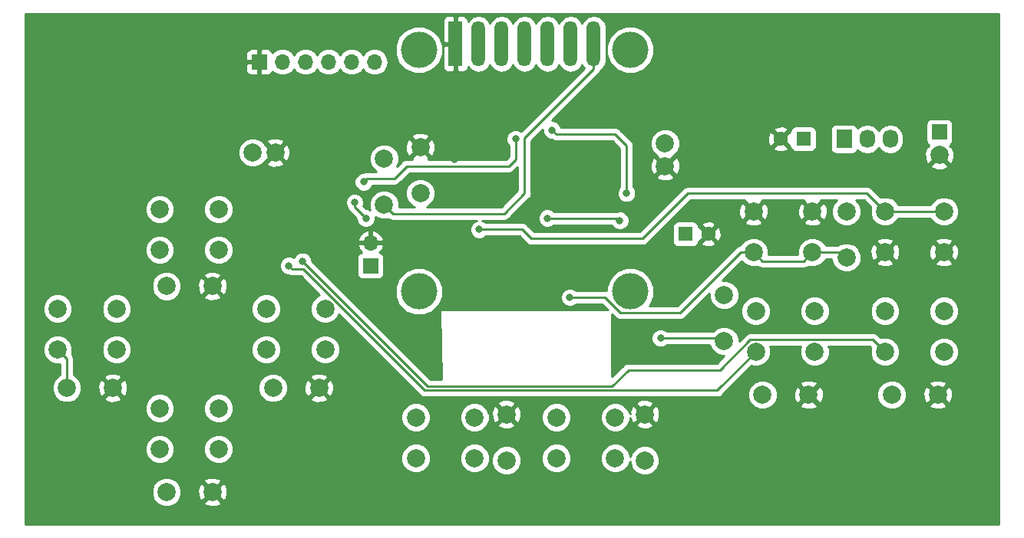
<source format=gbl>
G04 #@! TF.GenerationSoftware,KiCad,Pcbnew,5.0.0-rc2-dev-unknown-r12507-fb882633*
G04 #@! TF.CreationDate,2018-03-27T10:23:12-04:00*
G04 #@! TF.ProjectId,Gamegame,47616D6567616D652E6B696361645F70,rev?*
G04 #@! TF.SameCoordinates,Original*
G04 #@! TF.FileFunction,Copper,L2,Bot,Signal*
G04 #@! TF.FilePolarity,Positive*
%FSLAX46Y46*%
G04 Gerber Fmt 4.6, Leading zero omitted, Abs format (unit mm)*
G04 Created by KiCad (PCBNEW 5.0.0-rc2-dev-unknown-r12507-fb882633) date Tue Mar 27 10:23:12 2018*
%MOMM*%
%LPD*%
G01*
G04 APERTURE LIST*
%ADD10C,1.600000*%
%ADD11R,1.600000X1.600000*%
%ADD12C,2.000000*%
%ADD13R,1.700000X1.700000*%
%ADD14O,1.700000X1.700000*%
%ADD15C,4.000000*%
%ADD16O,1.500000X5.000000*%
%ADD17R,1.500000X5.000000*%
%ADD18R,1.730000X2.030000*%
%ADD19O,1.730000X2.030000*%
%ADD20C,0.800000*%
%ADD21C,0.250000*%
%ADD22C,0.254000*%
G04 APERTURE END LIST*
D10*
X151250000Y-48000000D03*
D11*
X148750000Y-48000000D03*
D10*
X159250000Y-37500000D03*
D11*
X161750000Y-37500000D03*
D12*
X146500000Y-38000000D03*
X146500000Y-40500000D03*
X101000000Y-39000000D03*
X103500000Y-39000000D03*
D13*
X101750000Y-29000000D03*
D14*
X104290000Y-29000000D03*
X106830000Y-29000000D03*
X109370000Y-29000000D03*
X111910000Y-29000000D03*
X114450000Y-29000000D03*
D15*
X142650000Y-27650000D03*
X119350000Y-27650000D03*
X142650000Y-54350000D03*
X119350000Y-54350000D03*
D16*
X138620000Y-27000000D03*
X136080000Y-27000000D03*
X133540000Y-27000000D03*
X131000000Y-27000000D03*
X128460000Y-27000000D03*
X125920000Y-27000000D03*
D17*
X123380000Y-27000000D03*
D12*
X90750000Y-49750000D03*
X90750000Y-45250000D03*
X97250000Y-49750000D03*
X97250000Y-45250000D03*
X97250000Y-67250000D03*
X97250000Y-71750000D03*
X90750000Y-67250000D03*
X90750000Y-71750000D03*
X79500000Y-60750000D03*
X79500000Y-56250000D03*
X86000000Y-60750000D03*
X86000000Y-56250000D03*
X109000000Y-56250000D03*
X109000000Y-60750000D03*
X102500000Y-56250000D03*
X102500000Y-60750000D03*
X163000000Y-56500000D03*
X163000000Y-61000000D03*
X156500000Y-56500000D03*
X156500000Y-61000000D03*
X170750000Y-61000000D03*
X170750000Y-56500000D03*
X177250000Y-61000000D03*
X177250000Y-56500000D03*
X125500000Y-68250000D03*
X125500000Y-72750000D03*
X119000000Y-68250000D03*
X119000000Y-72750000D03*
X134500000Y-72750000D03*
X134500000Y-68250000D03*
X141000000Y-72750000D03*
X141000000Y-68250000D03*
X156250000Y-50000000D03*
X156250000Y-45500000D03*
X162750000Y-50000000D03*
X162750000Y-45500000D03*
X177250000Y-45500000D03*
X177250000Y-50000000D03*
X170750000Y-45500000D03*
X170750000Y-50000000D03*
D18*
X166250000Y-37500000D03*
D19*
X168790000Y-37500000D03*
X171330000Y-37500000D03*
D12*
X91500000Y-53750000D03*
X96580000Y-53750000D03*
X96580000Y-76500000D03*
X91500000Y-76500000D03*
X80500000Y-65000000D03*
X85580000Y-65000000D03*
X108330000Y-65000000D03*
X103250000Y-65000000D03*
X157250000Y-65750000D03*
X162330000Y-65750000D03*
X176580000Y-65750000D03*
X171500000Y-65750000D03*
X129000000Y-73000000D03*
X129000000Y-67920000D03*
X144250000Y-73000000D03*
X144250000Y-67920000D03*
X153000000Y-59830000D03*
X153000000Y-54750000D03*
X166500000Y-45500000D03*
X166500000Y-50580000D03*
X119500000Y-38420000D03*
X119500000Y-43500000D03*
X115500000Y-44750000D03*
X115500000Y-39670000D03*
D13*
X176750000Y-36750000D03*
D12*
X176750000Y-39290000D03*
D13*
X114000000Y-51500000D03*
D14*
X114000000Y-48960000D03*
D20*
X123250000Y-39750000D03*
X130000000Y-37500000D03*
X113250000Y-42250000D03*
X142250000Y-43500000D03*
X134000000Y-36500000D03*
X141500000Y-46500000D03*
X133500000Y-46250000D03*
X136000000Y-55000000D03*
X105000000Y-51500000D03*
X106500000Y-51000000D03*
X146000000Y-59500000D03*
X113500000Y-46250000D03*
X112250000Y-44500000D03*
X126000000Y-47500000D03*
D21*
X138620000Y-27000000D02*
X138620000Y-29750000D01*
X138620000Y-29750000D02*
X131000000Y-37370000D01*
X116499999Y-45749999D02*
X115500000Y-44750000D01*
X131000000Y-37370000D02*
X131000000Y-43500000D01*
X131000000Y-43500000D02*
X128750001Y-45749999D01*
X128750001Y-45749999D02*
X116499999Y-45749999D01*
X130000000Y-39750000D02*
X130000000Y-37500000D01*
X129250000Y-40500000D02*
X130000000Y-39750000D01*
X129000000Y-40500000D02*
X129250000Y-40500000D01*
X118000000Y-40500000D02*
X129000000Y-40500000D01*
X116649999Y-41850001D02*
X118000000Y-40500000D01*
X113250000Y-42250000D02*
X113649999Y-41850001D01*
X113649999Y-41850001D02*
X116649999Y-41850001D01*
X142250000Y-38250000D02*
X142250000Y-43500000D01*
X141000000Y-37000000D02*
X142250000Y-38250000D01*
X134500000Y-37000000D02*
X141000000Y-37000000D01*
X134000000Y-36500000D02*
X134500000Y-37000000D01*
X133500000Y-46250000D02*
X141250000Y-46250000D01*
X141250000Y-46250000D02*
X141500000Y-46500000D01*
X162750000Y-50000000D02*
X165920000Y-50000000D01*
X165920000Y-50000000D02*
X166500000Y-50580000D01*
X156250000Y-50000000D02*
X157249999Y-50999999D01*
X157249999Y-50999999D02*
X161750001Y-50999999D01*
X161750001Y-50999999D02*
X162750000Y-50000000D01*
X136000000Y-55000000D02*
X139858998Y-55000000D01*
X139858998Y-55000000D02*
X141533999Y-56675001D01*
X141533999Y-56675001D02*
X148160786Y-56675001D01*
X148160786Y-56675001D02*
X154835787Y-50000000D01*
X154835787Y-50000000D02*
X156250000Y-50000000D01*
X80500000Y-65000000D02*
X80499999Y-61749999D01*
X80499999Y-61749999D02*
X79500000Y-60750000D01*
X156500000Y-61000000D02*
X152224979Y-65275021D01*
X152224979Y-65275021D02*
X119986023Y-65275021D01*
X105399999Y-51899999D02*
X105000000Y-51500000D01*
X119986023Y-65275021D02*
X106611001Y-51899999D01*
X106611001Y-51899999D02*
X105399999Y-51899999D01*
X152538998Y-63000000D02*
X142459636Y-63000000D01*
X120325010Y-64825010D02*
X106500000Y-51000000D01*
X140634626Y-64825010D02*
X120325010Y-64825010D01*
X142459636Y-63000000D02*
X140634626Y-64825010D01*
X169424999Y-59674999D02*
X155863999Y-59674999D01*
X170750000Y-61000000D02*
X169424999Y-59674999D01*
X155863999Y-59674999D02*
X152538998Y-63000000D01*
X146000000Y-59500000D02*
X152670000Y-59500000D01*
X152670000Y-59500000D02*
X153000000Y-59830000D01*
X130750000Y-47500000D02*
X131750000Y-48500000D01*
X126000000Y-47500000D02*
X130750000Y-47500000D01*
X144000000Y-48500000D02*
X149000000Y-43500000D01*
X131750000Y-48500000D02*
X144000000Y-48500000D01*
X149000000Y-43500000D02*
X168750000Y-43500000D01*
X168750000Y-43500000D02*
X170750000Y-45500000D01*
X112250000Y-45000000D02*
X113500000Y-46250000D01*
X112250000Y-44500000D02*
X112250000Y-45000000D01*
X177250000Y-45500000D02*
X170750000Y-45500000D01*
D22*
G36*
X183290001Y-80040000D02*
X75960000Y-80040000D01*
X75960000Y-76174778D01*
X89865000Y-76174778D01*
X89865000Y-76825222D01*
X90113914Y-77426153D01*
X90573847Y-77886086D01*
X91174778Y-78135000D01*
X91825222Y-78135000D01*
X92426153Y-77886086D01*
X92659707Y-77652532D01*
X95607073Y-77652532D01*
X95705736Y-77919387D01*
X96315461Y-78145908D01*
X96965460Y-78121856D01*
X97454264Y-77919387D01*
X97552927Y-77652532D01*
X96580000Y-76679605D01*
X95607073Y-77652532D01*
X92659707Y-77652532D01*
X92886086Y-77426153D01*
X93135000Y-76825222D01*
X93135000Y-76235461D01*
X94934092Y-76235461D01*
X94958144Y-76885460D01*
X95160613Y-77374264D01*
X95427468Y-77472927D01*
X96400395Y-76500000D01*
X96759605Y-76500000D01*
X97732532Y-77472927D01*
X97999387Y-77374264D01*
X98225908Y-76764539D01*
X98201856Y-76114540D01*
X97999387Y-75625736D01*
X97732532Y-75527073D01*
X96759605Y-76500000D01*
X96400395Y-76500000D01*
X95427468Y-75527073D01*
X95160613Y-75625736D01*
X94934092Y-76235461D01*
X93135000Y-76235461D01*
X93135000Y-76174778D01*
X92886086Y-75573847D01*
X92659707Y-75347468D01*
X95607073Y-75347468D01*
X96580000Y-76320395D01*
X97552927Y-75347468D01*
X97454264Y-75080613D01*
X96844539Y-74854092D01*
X96194540Y-74878144D01*
X95705736Y-75080613D01*
X95607073Y-75347468D01*
X92659707Y-75347468D01*
X92426153Y-75113914D01*
X91825222Y-74865000D01*
X91174778Y-74865000D01*
X90573847Y-75113914D01*
X90113914Y-75573847D01*
X89865000Y-76174778D01*
X75960000Y-76174778D01*
X75960000Y-71424778D01*
X89115000Y-71424778D01*
X89115000Y-72075222D01*
X89363914Y-72676153D01*
X89823847Y-73136086D01*
X90424778Y-73385000D01*
X91075222Y-73385000D01*
X91676153Y-73136086D01*
X92136086Y-72676153D01*
X92385000Y-72075222D01*
X92385000Y-71424778D01*
X95615000Y-71424778D01*
X95615000Y-72075222D01*
X95863914Y-72676153D01*
X96323847Y-73136086D01*
X96924778Y-73385000D01*
X97575222Y-73385000D01*
X98176153Y-73136086D01*
X98636086Y-72676153D01*
X98740209Y-72424778D01*
X117365000Y-72424778D01*
X117365000Y-73075222D01*
X117613914Y-73676153D01*
X118073847Y-74136086D01*
X118674778Y-74385000D01*
X119325222Y-74385000D01*
X119926153Y-74136086D01*
X120386086Y-73676153D01*
X120635000Y-73075222D01*
X120635000Y-72424778D01*
X123865000Y-72424778D01*
X123865000Y-73075222D01*
X124113914Y-73676153D01*
X124573847Y-74136086D01*
X125174778Y-74385000D01*
X125825222Y-74385000D01*
X126426153Y-74136086D01*
X126886086Y-73676153D01*
X127135000Y-73075222D01*
X127135000Y-72674778D01*
X127365000Y-72674778D01*
X127365000Y-73325222D01*
X127613914Y-73926153D01*
X128073847Y-74386086D01*
X128674778Y-74635000D01*
X129325222Y-74635000D01*
X129926153Y-74386086D01*
X130386086Y-73926153D01*
X130635000Y-73325222D01*
X130635000Y-72674778D01*
X130531447Y-72424778D01*
X132865000Y-72424778D01*
X132865000Y-73075222D01*
X133113914Y-73676153D01*
X133573847Y-74136086D01*
X134174778Y-74385000D01*
X134825222Y-74385000D01*
X135426153Y-74136086D01*
X135886086Y-73676153D01*
X136135000Y-73075222D01*
X136135000Y-72424778D01*
X139365000Y-72424778D01*
X139365000Y-73075222D01*
X139613914Y-73676153D01*
X140073847Y-74136086D01*
X140674778Y-74385000D01*
X141325222Y-74385000D01*
X141926153Y-74136086D01*
X142386086Y-73676153D01*
X142615000Y-73123506D01*
X142615000Y-73325222D01*
X142863914Y-73926153D01*
X143323847Y-74386086D01*
X143924778Y-74635000D01*
X144575222Y-74635000D01*
X145176153Y-74386086D01*
X145636086Y-73926153D01*
X145885000Y-73325222D01*
X145885000Y-72674778D01*
X145636086Y-72073847D01*
X145176153Y-71613914D01*
X144575222Y-71365000D01*
X143924778Y-71365000D01*
X143323847Y-71613914D01*
X142863914Y-72073847D01*
X142635000Y-72626494D01*
X142635000Y-72424778D01*
X142386086Y-71823847D01*
X141926153Y-71363914D01*
X141325222Y-71115000D01*
X140674778Y-71115000D01*
X140073847Y-71363914D01*
X139613914Y-71823847D01*
X139365000Y-72424778D01*
X136135000Y-72424778D01*
X135886086Y-71823847D01*
X135426153Y-71363914D01*
X134825222Y-71115000D01*
X134174778Y-71115000D01*
X133573847Y-71363914D01*
X133113914Y-71823847D01*
X132865000Y-72424778D01*
X130531447Y-72424778D01*
X130386086Y-72073847D01*
X129926153Y-71613914D01*
X129325222Y-71365000D01*
X128674778Y-71365000D01*
X128073847Y-71613914D01*
X127613914Y-72073847D01*
X127365000Y-72674778D01*
X127135000Y-72674778D01*
X127135000Y-72424778D01*
X126886086Y-71823847D01*
X126426153Y-71363914D01*
X125825222Y-71115000D01*
X125174778Y-71115000D01*
X124573847Y-71363914D01*
X124113914Y-71823847D01*
X123865000Y-72424778D01*
X120635000Y-72424778D01*
X120386086Y-71823847D01*
X119926153Y-71363914D01*
X119325222Y-71115000D01*
X118674778Y-71115000D01*
X118073847Y-71363914D01*
X117613914Y-71823847D01*
X117365000Y-72424778D01*
X98740209Y-72424778D01*
X98885000Y-72075222D01*
X98885000Y-71424778D01*
X98636086Y-70823847D01*
X98176153Y-70363914D01*
X97575222Y-70115000D01*
X96924778Y-70115000D01*
X96323847Y-70363914D01*
X95863914Y-70823847D01*
X95615000Y-71424778D01*
X92385000Y-71424778D01*
X92136086Y-70823847D01*
X91676153Y-70363914D01*
X91075222Y-70115000D01*
X90424778Y-70115000D01*
X89823847Y-70363914D01*
X89363914Y-70823847D01*
X89115000Y-71424778D01*
X75960000Y-71424778D01*
X75960000Y-66924778D01*
X89115000Y-66924778D01*
X89115000Y-67575222D01*
X89363914Y-68176153D01*
X89823847Y-68636086D01*
X90424778Y-68885000D01*
X91075222Y-68885000D01*
X91676153Y-68636086D01*
X92136086Y-68176153D01*
X92385000Y-67575222D01*
X92385000Y-66924778D01*
X95615000Y-66924778D01*
X95615000Y-67575222D01*
X95863914Y-68176153D01*
X96323847Y-68636086D01*
X96924778Y-68885000D01*
X97575222Y-68885000D01*
X98176153Y-68636086D01*
X98636086Y-68176153D01*
X98740209Y-67924778D01*
X117365000Y-67924778D01*
X117365000Y-68575222D01*
X117613914Y-69176153D01*
X118073847Y-69636086D01*
X118674778Y-69885000D01*
X119325222Y-69885000D01*
X119926153Y-69636086D01*
X120386086Y-69176153D01*
X120635000Y-68575222D01*
X120635000Y-67924778D01*
X123865000Y-67924778D01*
X123865000Y-68575222D01*
X124113914Y-69176153D01*
X124573847Y-69636086D01*
X125174778Y-69885000D01*
X125825222Y-69885000D01*
X126426153Y-69636086D01*
X126886086Y-69176153D01*
X126929007Y-69072532D01*
X128027073Y-69072532D01*
X128125736Y-69339387D01*
X128735461Y-69565908D01*
X129385460Y-69541856D01*
X129874264Y-69339387D01*
X129972927Y-69072532D01*
X129000000Y-68099605D01*
X128027073Y-69072532D01*
X126929007Y-69072532D01*
X127135000Y-68575222D01*
X127135000Y-67924778D01*
X127023446Y-67655461D01*
X127354092Y-67655461D01*
X127378144Y-68305460D01*
X127580613Y-68794264D01*
X127847468Y-68892927D01*
X128820395Y-67920000D01*
X129179605Y-67920000D01*
X130152532Y-68892927D01*
X130419387Y-68794264D01*
X130645908Y-68184539D01*
X130636297Y-67924778D01*
X132865000Y-67924778D01*
X132865000Y-68575222D01*
X133113914Y-69176153D01*
X133573847Y-69636086D01*
X134174778Y-69885000D01*
X134825222Y-69885000D01*
X135426153Y-69636086D01*
X135886086Y-69176153D01*
X136135000Y-68575222D01*
X136135000Y-67924778D01*
X139365000Y-67924778D01*
X139365000Y-68575222D01*
X139613914Y-69176153D01*
X140073847Y-69636086D01*
X140674778Y-69885000D01*
X141325222Y-69885000D01*
X141926153Y-69636086D01*
X142386086Y-69176153D01*
X142429007Y-69072532D01*
X143277073Y-69072532D01*
X143375736Y-69339387D01*
X143985461Y-69565908D01*
X144635460Y-69541856D01*
X145124264Y-69339387D01*
X145222927Y-69072532D01*
X144250000Y-68099605D01*
X143277073Y-69072532D01*
X142429007Y-69072532D01*
X142635000Y-68575222D01*
X142635000Y-68322012D01*
X142830613Y-68794264D01*
X143097468Y-68892927D01*
X144070395Y-67920000D01*
X144429605Y-67920000D01*
X145402532Y-68892927D01*
X145669387Y-68794264D01*
X145895908Y-68184539D01*
X145871856Y-67534540D01*
X145669387Y-67045736D01*
X145402532Y-66947073D01*
X144429605Y-67920000D01*
X144070395Y-67920000D01*
X143097468Y-66947073D01*
X142830613Y-67045736D01*
X142604092Y-67655461D01*
X142612003Y-67869259D01*
X142386086Y-67323847D01*
X141926153Y-66863914D01*
X141693312Y-66767468D01*
X143277073Y-66767468D01*
X144250000Y-67740395D01*
X145222927Y-66767468D01*
X145124264Y-66500613D01*
X144514539Y-66274092D01*
X143864540Y-66298144D01*
X143375736Y-66500613D01*
X143277073Y-66767468D01*
X141693312Y-66767468D01*
X141325222Y-66615000D01*
X140674778Y-66615000D01*
X140073847Y-66863914D01*
X139613914Y-67323847D01*
X139365000Y-67924778D01*
X136135000Y-67924778D01*
X135886086Y-67323847D01*
X135426153Y-66863914D01*
X134825222Y-66615000D01*
X134174778Y-66615000D01*
X133573847Y-66863914D01*
X133113914Y-67323847D01*
X132865000Y-67924778D01*
X130636297Y-67924778D01*
X130621856Y-67534540D01*
X130419387Y-67045736D01*
X130152532Y-66947073D01*
X129179605Y-67920000D01*
X128820395Y-67920000D01*
X127847468Y-66947073D01*
X127580613Y-67045736D01*
X127354092Y-67655461D01*
X127023446Y-67655461D01*
X126886086Y-67323847D01*
X126426153Y-66863914D01*
X126193312Y-66767468D01*
X128027073Y-66767468D01*
X129000000Y-67740395D01*
X129972927Y-66767468D01*
X129874264Y-66500613D01*
X129264539Y-66274092D01*
X128614540Y-66298144D01*
X128125736Y-66500613D01*
X128027073Y-66767468D01*
X126193312Y-66767468D01*
X125825222Y-66615000D01*
X125174778Y-66615000D01*
X124573847Y-66863914D01*
X124113914Y-67323847D01*
X123865000Y-67924778D01*
X120635000Y-67924778D01*
X120386086Y-67323847D01*
X119926153Y-66863914D01*
X119325222Y-66615000D01*
X118674778Y-66615000D01*
X118073847Y-66863914D01*
X117613914Y-67323847D01*
X117365000Y-67924778D01*
X98740209Y-67924778D01*
X98885000Y-67575222D01*
X98885000Y-66924778D01*
X98636086Y-66323847D01*
X98176153Y-65863914D01*
X97575222Y-65615000D01*
X96924778Y-65615000D01*
X96323847Y-65863914D01*
X95863914Y-66323847D01*
X95615000Y-66924778D01*
X92385000Y-66924778D01*
X92136086Y-66323847D01*
X91676153Y-65863914D01*
X91075222Y-65615000D01*
X90424778Y-65615000D01*
X89823847Y-65863914D01*
X89363914Y-66323847D01*
X89115000Y-66924778D01*
X75960000Y-66924778D01*
X75960000Y-60424778D01*
X77865000Y-60424778D01*
X77865000Y-61075222D01*
X78113914Y-61676153D01*
X78573847Y-62136086D01*
X79174778Y-62385000D01*
X79739999Y-62385000D01*
X79740000Y-63545091D01*
X79573847Y-63613914D01*
X79113914Y-64073847D01*
X78865000Y-64674778D01*
X78865000Y-65325222D01*
X79113914Y-65926153D01*
X79573847Y-66386086D01*
X80174778Y-66635000D01*
X80825222Y-66635000D01*
X81426153Y-66386086D01*
X81659707Y-66152532D01*
X84607073Y-66152532D01*
X84705736Y-66419387D01*
X85315461Y-66645908D01*
X85965460Y-66621856D01*
X86454264Y-66419387D01*
X86552927Y-66152532D01*
X85580000Y-65179605D01*
X84607073Y-66152532D01*
X81659707Y-66152532D01*
X81886086Y-65926153D01*
X82135000Y-65325222D01*
X82135000Y-64735461D01*
X83934092Y-64735461D01*
X83958144Y-65385460D01*
X84160613Y-65874264D01*
X84427468Y-65972927D01*
X85400395Y-65000000D01*
X85759605Y-65000000D01*
X86732532Y-65972927D01*
X86999387Y-65874264D01*
X87225908Y-65264539D01*
X87204085Y-64674778D01*
X101615000Y-64674778D01*
X101615000Y-65325222D01*
X101863914Y-65926153D01*
X102323847Y-66386086D01*
X102924778Y-66635000D01*
X103575222Y-66635000D01*
X104176153Y-66386086D01*
X104409707Y-66152532D01*
X107357073Y-66152532D01*
X107455736Y-66419387D01*
X108065461Y-66645908D01*
X108715460Y-66621856D01*
X109204264Y-66419387D01*
X109302927Y-66152532D01*
X108330000Y-65179605D01*
X107357073Y-66152532D01*
X104409707Y-66152532D01*
X104636086Y-65926153D01*
X104885000Y-65325222D01*
X104885000Y-64735461D01*
X106684092Y-64735461D01*
X106708144Y-65385460D01*
X106910613Y-65874264D01*
X107177468Y-65972927D01*
X108150395Y-65000000D01*
X108509605Y-65000000D01*
X109482532Y-65972927D01*
X109749387Y-65874264D01*
X109975908Y-65264539D01*
X109951856Y-64614540D01*
X109749387Y-64125736D01*
X109482532Y-64027073D01*
X108509605Y-65000000D01*
X108150395Y-65000000D01*
X107177468Y-64027073D01*
X106910613Y-64125736D01*
X106684092Y-64735461D01*
X104885000Y-64735461D01*
X104885000Y-64674778D01*
X104636086Y-64073847D01*
X104409707Y-63847468D01*
X107357073Y-63847468D01*
X108330000Y-64820395D01*
X109302927Y-63847468D01*
X109204264Y-63580613D01*
X108594539Y-63354092D01*
X107944540Y-63378144D01*
X107455736Y-63580613D01*
X107357073Y-63847468D01*
X104409707Y-63847468D01*
X104176153Y-63613914D01*
X103575222Y-63365000D01*
X102924778Y-63365000D01*
X102323847Y-63613914D01*
X101863914Y-64073847D01*
X101615000Y-64674778D01*
X87204085Y-64674778D01*
X87201856Y-64614540D01*
X86999387Y-64125736D01*
X86732532Y-64027073D01*
X85759605Y-65000000D01*
X85400395Y-65000000D01*
X84427468Y-64027073D01*
X84160613Y-64125736D01*
X83934092Y-64735461D01*
X82135000Y-64735461D01*
X82135000Y-64674778D01*
X81886086Y-64073847D01*
X81659707Y-63847468D01*
X84607073Y-63847468D01*
X85580000Y-64820395D01*
X86552927Y-63847468D01*
X86454264Y-63580613D01*
X85844539Y-63354092D01*
X85194540Y-63378144D01*
X84705736Y-63580613D01*
X84607073Y-63847468D01*
X81659707Y-63847468D01*
X81426153Y-63613914D01*
X81259999Y-63545091D01*
X81259998Y-61824850D01*
X81274887Y-61749998D01*
X81215902Y-61453461D01*
X81090328Y-61265526D01*
X81090325Y-61265523D01*
X81069243Y-61233972D01*
X81135000Y-61075222D01*
X81135000Y-60424778D01*
X84365000Y-60424778D01*
X84365000Y-61075222D01*
X84613914Y-61676153D01*
X85073847Y-62136086D01*
X85674778Y-62385000D01*
X86325222Y-62385000D01*
X86926153Y-62136086D01*
X87386086Y-61676153D01*
X87635000Y-61075222D01*
X87635000Y-60424778D01*
X100865000Y-60424778D01*
X100865000Y-61075222D01*
X101113914Y-61676153D01*
X101573847Y-62136086D01*
X102174778Y-62385000D01*
X102825222Y-62385000D01*
X103426153Y-62136086D01*
X103886086Y-61676153D01*
X104135000Y-61075222D01*
X104135000Y-60424778D01*
X107365000Y-60424778D01*
X107365000Y-61075222D01*
X107613914Y-61676153D01*
X108073847Y-62136086D01*
X108674778Y-62385000D01*
X109325222Y-62385000D01*
X109926153Y-62136086D01*
X110386086Y-61676153D01*
X110635000Y-61075222D01*
X110635000Y-60424778D01*
X110386086Y-59823847D01*
X109926153Y-59363914D01*
X109325222Y-59115000D01*
X108674778Y-59115000D01*
X108073847Y-59363914D01*
X107613914Y-59823847D01*
X107365000Y-60424778D01*
X104135000Y-60424778D01*
X103886086Y-59823847D01*
X103426153Y-59363914D01*
X102825222Y-59115000D01*
X102174778Y-59115000D01*
X101573847Y-59363914D01*
X101113914Y-59823847D01*
X100865000Y-60424778D01*
X87635000Y-60424778D01*
X87386086Y-59823847D01*
X86926153Y-59363914D01*
X86325222Y-59115000D01*
X85674778Y-59115000D01*
X85073847Y-59363914D01*
X84613914Y-59823847D01*
X84365000Y-60424778D01*
X81135000Y-60424778D01*
X80886086Y-59823847D01*
X80426153Y-59363914D01*
X79825222Y-59115000D01*
X79174778Y-59115000D01*
X78573847Y-59363914D01*
X78113914Y-59823847D01*
X77865000Y-60424778D01*
X75960000Y-60424778D01*
X75960000Y-55924778D01*
X77865000Y-55924778D01*
X77865000Y-56575222D01*
X78113914Y-57176153D01*
X78573847Y-57636086D01*
X79174778Y-57885000D01*
X79825222Y-57885000D01*
X80426153Y-57636086D01*
X80886086Y-57176153D01*
X81135000Y-56575222D01*
X81135000Y-55924778D01*
X84365000Y-55924778D01*
X84365000Y-56575222D01*
X84613914Y-57176153D01*
X85073847Y-57636086D01*
X85674778Y-57885000D01*
X86325222Y-57885000D01*
X86926153Y-57636086D01*
X87386086Y-57176153D01*
X87635000Y-56575222D01*
X87635000Y-55924778D01*
X100865000Y-55924778D01*
X100865000Y-56575222D01*
X101113914Y-57176153D01*
X101573847Y-57636086D01*
X102174778Y-57885000D01*
X102825222Y-57885000D01*
X103426153Y-57636086D01*
X103886086Y-57176153D01*
X104135000Y-56575222D01*
X104135000Y-55924778D01*
X103886086Y-55323847D01*
X103426153Y-54863914D01*
X102825222Y-54615000D01*
X102174778Y-54615000D01*
X101573847Y-54863914D01*
X101113914Y-55323847D01*
X100865000Y-55924778D01*
X87635000Y-55924778D01*
X87386086Y-55323847D01*
X86926153Y-54863914D01*
X86325222Y-54615000D01*
X85674778Y-54615000D01*
X85073847Y-54863914D01*
X84613914Y-55323847D01*
X84365000Y-55924778D01*
X81135000Y-55924778D01*
X80886086Y-55323847D01*
X80426153Y-54863914D01*
X79825222Y-54615000D01*
X79174778Y-54615000D01*
X78573847Y-54863914D01*
X78113914Y-55323847D01*
X77865000Y-55924778D01*
X75960000Y-55924778D01*
X75960000Y-53424778D01*
X89865000Y-53424778D01*
X89865000Y-54075222D01*
X90113914Y-54676153D01*
X90573847Y-55136086D01*
X91174778Y-55385000D01*
X91825222Y-55385000D01*
X92426153Y-55136086D01*
X92659707Y-54902532D01*
X95607073Y-54902532D01*
X95705736Y-55169387D01*
X96315461Y-55395908D01*
X96965460Y-55371856D01*
X97454264Y-55169387D01*
X97552927Y-54902532D01*
X96580000Y-53929605D01*
X95607073Y-54902532D01*
X92659707Y-54902532D01*
X92886086Y-54676153D01*
X93135000Y-54075222D01*
X93135000Y-53485461D01*
X94934092Y-53485461D01*
X94958144Y-54135460D01*
X95160613Y-54624264D01*
X95427468Y-54722927D01*
X96400395Y-53750000D01*
X96759605Y-53750000D01*
X97732532Y-54722927D01*
X97999387Y-54624264D01*
X98225908Y-54014539D01*
X98201856Y-53364540D01*
X97999387Y-52875736D01*
X97732532Y-52777073D01*
X96759605Y-53750000D01*
X96400395Y-53750000D01*
X95427468Y-52777073D01*
X95160613Y-52875736D01*
X94934092Y-53485461D01*
X93135000Y-53485461D01*
X93135000Y-53424778D01*
X92886086Y-52823847D01*
X92659707Y-52597468D01*
X95607073Y-52597468D01*
X96580000Y-53570395D01*
X97552927Y-52597468D01*
X97454264Y-52330613D01*
X96844539Y-52104092D01*
X96194540Y-52128144D01*
X95705736Y-52330613D01*
X95607073Y-52597468D01*
X92659707Y-52597468D01*
X92426153Y-52363914D01*
X91825222Y-52115000D01*
X91174778Y-52115000D01*
X90573847Y-52363914D01*
X90113914Y-52823847D01*
X89865000Y-53424778D01*
X75960000Y-53424778D01*
X75960000Y-49424778D01*
X89115000Y-49424778D01*
X89115000Y-50075222D01*
X89363914Y-50676153D01*
X89823847Y-51136086D01*
X90424778Y-51385000D01*
X91075222Y-51385000D01*
X91676153Y-51136086D01*
X92136086Y-50676153D01*
X92385000Y-50075222D01*
X92385000Y-49424778D01*
X95615000Y-49424778D01*
X95615000Y-50075222D01*
X95863914Y-50676153D01*
X96323847Y-51136086D01*
X96924778Y-51385000D01*
X97575222Y-51385000D01*
X97794611Y-51294126D01*
X103965000Y-51294126D01*
X103965000Y-51705874D01*
X104122569Y-52086280D01*
X104413720Y-52377431D01*
X104794126Y-52535000D01*
X104982382Y-52535000D01*
X105103462Y-52615903D01*
X105325147Y-52659999D01*
X105325151Y-52659999D01*
X105399998Y-52674887D01*
X105474845Y-52659999D01*
X106296200Y-52659999D01*
X108375264Y-54739063D01*
X108073847Y-54863914D01*
X107613914Y-55323847D01*
X107365000Y-55924778D01*
X107365000Y-56575222D01*
X107613914Y-57176153D01*
X108073847Y-57636086D01*
X108674778Y-57885000D01*
X109325222Y-57885000D01*
X109926153Y-57636086D01*
X110386086Y-57176153D01*
X110510937Y-56874736D01*
X119395694Y-65759494D01*
X119438094Y-65822950D01*
X119689486Y-65990925D01*
X119911171Y-66035021D01*
X119911175Y-66035021D01*
X119986023Y-66049909D01*
X120060871Y-66035021D01*
X152150132Y-66035021D01*
X152224979Y-66049909D01*
X152299826Y-66035021D01*
X152299831Y-66035021D01*
X152521516Y-65990925D01*
X152772908Y-65822950D01*
X152815310Y-65759491D01*
X153150023Y-65424778D01*
X155615000Y-65424778D01*
X155615000Y-66075222D01*
X155863914Y-66676153D01*
X156323847Y-67136086D01*
X156924778Y-67385000D01*
X157575222Y-67385000D01*
X158176153Y-67136086D01*
X158409707Y-66902532D01*
X161357073Y-66902532D01*
X161455736Y-67169387D01*
X162065461Y-67395908D01*
X162715460Y-67371856D01*
X163204264Y-67169387D01*
X163302927Y-66902532D01*
X162330000Y-65929605D01*
X161357073Y-66902532D01*
X158409707Y-66902532D01*
X158636086Y-66676153D01*
X158885000Y-66075222D01*
X158885000Y-65485461D01*
X160684092Y-65485461D01*
X160708144Y-66135460D01*
X160910613Y-66624264D01*
X161177468Y-66722927D01*
X162150395Y-65750000D01*
X162509605Y-65750000D01*
X163482532Y-66722927D01*
X163749387Y-66624264D01*
X163975908Y-66014539D01*
X163954085Y-65424778D01*
X169865000Y-65424778D01*
X169865000Y-66075222D01*
X170113914Y-66676153D01*
X170573847Y-67136086D01*
X171174778Y-67385000D01*
X171825222Y-67385000D01*
X172426153Y-67136086D01*
X172659707Y-66902532D01*
X175607073Y-66902532D01*
X175705736Y-67169387D01*
X176315461Y-67395908D01*
X176965460Y-67371856D01*
X177454264Y-67169387D01*
X177552927Y-66902532D01*
X176580000Y-65929605D01*
X175607073Y-66902532D01*
X172659707Y-66902532D01*
X172886086Y-66676153D01*
X173135000Y-66075222D01*
X173135000Y-65485461D01*
X174934092Y-65485461D01*
X174958144Y-66135460D01*
X175160613Y-66624264D01*
X175427468Y-66722927D01*
X176400395Y-65750000D01*
X176759605Y-65750000D01*
X177732532Y-66722927D01*
X177999387Y-66624264D01*
X178225908Y-66014539D01*
X178201856Y-65364540D01*
X177999387Y-64875736D01*
X177732532Y-64777073D01*
X176759605Y-65750000D01*
X176400395Y-65750000D01*
X175427468Y-64777073D01*
X175160613Y-64875736D01*
X174934092Y-65485461D01*
X173135000Y-65485461D01*
X173135000Y-65424778D01*
X172886086Y-64823847D01*
X172659707Y-64597468D01*
X175607073Y-64597468D01*
X176580000Y-65570395D01*
X177552927Y-64597468D01*
X177454264Y-64330613D01*
X176844539Y-64104092D01*
X176194540Y-64128144D01*
X175705736Y-64330613D01*
X175607073Y-64597468D01*
X172659707Y-64597468D01*
X172426153Y-64363914D01*
X171825222Y-64115000D01*
X171174778Y-64115000D01*
X170573847Y-64363914D01*
X170113914Y-64823847D01*
X169865000Y-65424778D01*
X163954085Y-65424778D01*
X163951856Y-65364540D01*
X163749387Y-64875736D01*
X163482532Y-64777073D01*
X162509605Y-65750000D01*
X162150395Y-65750000D01*
X161177468Y-64777073D01*
X160910613Y-64875736D01*
X160684092Y-65485461D01*
X158885000Y-65485461D01*
X158885000Y-65424778D01*
X158636086Y-64823847D01*
X158409707Y-64597468D01*
X161357073Y-64597468D01*
X162330000Y-65570395D01*
X163302927Y-64597468D01*
X163204264Y-64330613D01*
X162594539Y-64104092D01*
X161944540Y-64128144D01*
X161455736Y-64330613D01*
X161357073Y-64597468D01*
X158409707Y-64597468D01*
X158176153Y-64363914D01*
X157575222Y-64115000D01*
X156924778Y-64115000D01*
X156323847Y-64363914D01*
X155863914Y-64823847D01*
X155615000Y-65424778D01*
X153150023Y-65424778D01*
X156008625Y-62566177D01*
X156174778Y-62635000D01*
X156825222Y-62635000D01*
X157426153Y-62386086D01*
X157886086Y-61926153D01*
X158135000Y-61325222D01*
X158135000Y-60674778D01*
X158035680Y-60434999D01*
X161464320Y-60434999D01*
X161365000Y-60674778D01*
X161365000Y-61325222D01*
X161613914Y-61926153D01*
X162073847Y-62386086D01*
X162674778Y-62635000D01*
X163325222Y-62635000D01*
X163926153Y-62386086D01*
X164386086Y-61926153D01*
X164635000Y-61325222D01*
X164635000Y-60674778D01*
X164535680Y-60434999D01*
X169110198Y-60434999D01*
X169183823Y-60508625D01*
X169115000Y-60674778D01*
X169115000Y-61325222D01*
X169363914Y-61926153D01*
X169823847Y-62386086D01*
X170424778Y-62635000D01*
X171075222Y-62635000D01*
X171676153Y-62386086D01*
X172136086Y-61926153D01*
X172385000Y-61325222D01*
X172385000Y-60674778D01*
X175615000Y-60674778D01*
X175615000Y-61325222D01*
X175863914Y-61926153D01*
X176323847Y-62386086D01*
X176924778Y-62635000D01*
X177575222Y-62635000D01*
X178176153Y-62386086D01*
X178636086Y-61926153D01*
X178885000Y-61325222D01*
X178885000Y-60674778D01*
X178636086Y-60073847D01*
X178176153Y-59613914D01*
X177575222Y-59365000D01*
X176924778Y-59365000D01*
X176323847Y-59613914D01*
X175863914Y-60073847D01*
X175615000Y-60674778D01*
X172385000Y-60674778D01*
X172136086Y-60073847D01*
X171676153Y-59613914D01*
X171075222Y-59365000D01*
X170424778Y-59365000D01*
X170258625Y-59433823D01*
X170015330Y-59190529D01*
X169972928Y-59127070D01*
X169721536Y-58959095D01*
X169499851Y-58914999D01*
X169499846Y-58914999D01*
X169424999Y-58900111D01*
X169350152Y-58914999D01*
X155938847Y-58914999D01*
X155863999Y-58900111D01*
X155789151Y-58914999D01*
X155789147Y-58914999D01*
X155567462Y-58959095D01*
X155316070Y-59127070D01*
X155273670Y-59190526D01*
X154635000Y-59829196D01*
X154635000Y-59504778D01*
X154386086Y-58903847D01*
X153926153Y-58443914D01*
X153325222Y-58195000D01*
X152674778Y-58195000D01*
X152073847Y-58443914D01*
X151777761Y-58740000D01*
X146703711Y-58740000D01*
X146586280Y-58622569D01*
X146205874Y-58465000D01*
X145794126Y-58465000D01*
X145413720Y-58622569D01*
X145122569Y-58913720D01*
X144965000Y-59294126D01*
X144965000Y-59705874D01*
X145122569Y-60086280D01*
X145413720Y-60377431D01*
X145794126Y-60535000D01*
X146205874Y-60535000D01*
X146586280Y-60377431D01*
X146703711Y-60260000D01*
X151408401Y-60260000D01*
X151613914Y-60756153D01*
X152073847Y-61216086D01*
X152674778Y-61465000D01*
X152999197Y-61465000D01*
X152224197Y-62240000D01*
X142534483Y-62240000D01*
X142459636Y-62225112D01*
X142384789Y-62240000D01*
X142384784Y-62240000D01*
X142163099Y-62284096D01*
X141911707Y-62452071D01*
X141869307Y-62515527D01*
X140627000Y-63757835D01*
X140627000Y-56842804D01*
X140943670Y-57159474D01*
X140986070Y-57222930D01*
X141237462Y-57390905D01*
X141459147Y-57435001D01*
X141459151Y-57435001D01*
X141533998Y-57449889D01*
X141608845Y-57435001D01*
X148085939Y-57435001D01*
X148160786Y-57449889D01*
X148235633Y-57435001D01*
X148235638Y-57435001D01*
X148457323Y-57390905D01*
X148708715Y-57222930D01*
X148751117Y-57159471D01*
X151365000Y-54545588D01*
X151365000Y-55075222D01*
X151613914Y-55676153D01*
X152073847Y-56136086D01*
X152674778Y-56385000D01*
X153325222Y-56385000D01*
X153832742Y-56174778D01*
X154865000Y-56174778D01*
X154865000Y-56825222D01*
X155113914Y-57426153D01*
X155573847Y-57886086D01*
X156174778Y-58135000D01*
X156825222Y-58135000D01*
X157426153Y-57886086D01*
X157886086Y-57426153D01*
X158135000Y-56825222D01*
X158135000Y-56174778D01*
X161365000Y-56174778D01*
X161365000Y-56825222D01*
X161613914Y-57426153D01*
X162073847Y-57886086D01*
X162674778Y-58135000D01*
X163325222Y-58135000D01*
X163926153Y-57886086D01*
X164386086Y-57426153D01*
X164635000Y-56825222D01*
X164635000Y-56174778D01*
X169115000Y-56174778D01*
X169115000Y-56825222D01*
X169363914Y-57426153D01*
X169823847Y-57886086D01*
X170424778Y-58135000D01*
X171075222Y-58135000D01*
X171676153Y-57886086D01*
X172136086Y-57426153D01*
X172385000Y-56825222D01*
X172385000Y-56174778D01*
X175615000Y-56174778D01*
X175615000Y-56825222D01*
X175863914Y-57426153D01*
X176323847Y-57886086D01*
X176924778Y-58135000D01*
X177575222Y-58135000D01*
X178176153Y-57886086D01*
X178636086Y-57426153D01*
X178885000Y-56825222D01*
X178885000Y-56174778D01*
X178636086Y-55573847D01*
X178176153Y-55113914D01*
X177575222Y-54865000D01*
X176924778Y-54865000D01*
X176323847Y-55113914D01*
X175863914Y-55573847D01*
X175615000Y-56174778D01*
X172385000Y-56174778D01*
X172136086Y-55573847D01*
X171676153Y-55113914D01*
X171075222Y-54865000D01*
X170424778Y-54865000D01*
X169823847Y-55113914D01*
X169363914Y-55573847D01*
X169115000Y-56174778D01*
X164635000Y-56174778D01*
X164386086Y-55573847D01*
X163926153Y-55113914D01*
X163325222Y-54865000D01*
X162674778Y-54865000D01*
X162073847Y-55113914D01*
X161613914Y-55573847D01*
X161365000Y-56174778D01*
X158135000Y-56174778D01*
X157886086Y-55573847D01*
X157426153Y-55113914D01*
X156825222Y-54865000D01*
X156174778Y-54865000D01*
X155573847Y-55113914D01*
X155113914Y-55573847D01*
X154865000Y-56174778D01*
X153832742Y-56174778D01*
X153926153Y-56136086D01*
X154386086Y-55676153D01*
X154635000Y-55075222D01*
X154635000Y-54424778D01*
X154386086Y-53823847D01*
X153926153Y-53363914D01*
X153325222Y-53115000D01*
X152795589Y-53115000D01*
X154924175Y-50986414D01*
X155323847Y-51386086D01*
X155924778Y-51635000D01*
X156575222Y-51635000D01*
X156733971Y-51569244D01*
X156953462Y-51715903D01*
X157175147Y-51759999D01*
X157175151Y-51759999D01*
X157249998Y-51774887D01*
X157324845Y-51759999D01*
X161675154Y-51759999D01*
X161750001Y-51774887D01*
X161824848Y-51759999D01*
X161824853Y-51759999D01*
X162046538Y-51715903D01*
X162266029Y-51569244D01*
X162424778Y-51635000D01*
X163075222Y-51635000D01*
X163676153Y-51386086D01*
X164136086Y-50926153D01*
X164204909Y-50760000D01*
X164865000Y-50760000D01*
X164865000Y-50905222D01*
X165113914Y-51506153D01*
X165573847Y-51966086D01*
X166174778Y-52215000D01*
X166825222Y-52215000D01*
X167426153Y-51966086D01*
X167886086Y-51506153D01*
X168032560Y-51152532D01*
X169777073Y-51152532D01*
X169875736Y-51419387D01*
X170485461Y-51645908D01*
X171135460Y-51621856D01*
X171624264Y-51419387D01*
X171722927Y-51152532D01*
X176277073Y-51152532D01*
X176375736Y-51419387D01*
X176985461Y-51645908D01*
X177635460Y-51621856D01*
X178124264Y-51419387D01*
X178222927Y-51152532D01*
X177250000Y-50179605D01*
X176277073Y-51152532D01*
X171722927Y-51152532D01*
X170750000Y-50179605D01*
X169777073Y-51152532D01*
X168032560Y-51152532D01*
X168135000Y-50905222D01*
X168135000Y-50254778D01*
X167919892Y-49735461D01*
X169104092Y-49735461D01*
X169128144Y-50385460D01*
X169330613Y-50874264D01*
X169597468Y-50972927D01*
X170570395Y-50000000D01*
X170929605Y-50000000D01*
X171902532Y-50972927D01*
X172169387Y-50874264D01*
X172395908Y-50264539D01*
X172376331Y-49735461D01*
X175604092Y-49735461D01*
X175628144Y-50385460D01*
X175830613Y-50874264D01*
X176097468Y-50972927D01*
X177070395Y-50000000D01*
X177429605Y-50000000D01*
X178402532Y-50972927D01*
X178669387Y-50874264D01*
X178895908Y-50264539D01*
X178871856Y-49614540D01*
X178669387Y-49125736D01*
X178402532Y-49027073D01*
X177429605Y-50000000D01*
X177070395Y-50000000D01*
X176097468Y-49027073D01*
X175830613Y-49125736D01*
X175604092Y-49735461D01*
X172376331Y-49735461D01*
X172371856Y-49614540D01*
X172169387Y-49125736D01*
X171902532Y-49027073D01*
X170929605Y-50000000D01*
X170570395Y-50000000D01*
X169597468Y-49027073D01*
X169330613Y-49125736D01*
X169104092Y-49735461D01*
X167919892Y-49735461D01*
X167886086Y-49653847D01*
X167426153Y-49193914D01*
X166825222Y-48945000D01*
X166174778Y-48945000D01*
X165573847Y-49193914D01*
X165527761Y-49240000D01*
X164204909Y-49240000D01*
X164136086Y-49073847D01*
X163909707Y-48847468D01*
X169777073Y-48847468D01*
X170750000Y-49820395D01*
X171722927Y-48847468D01*
X176277073Y-48847468D01*
X177250000Y-49820395D01*
X178222927Y-48847468D01*
X178124264Y-48580613D01*
X177514539Y-48354092D01*
X176864540Y-48378144D01*
X176375736Y-48580613D01*
X176277073Y-48847468D01*
X171722927Y-48847468D01*
X171624264Y-48580613D01*
X171014539Y-48354092D01*
X170364540Y-48378144D01*
X169875736Y-48580613D01*
X169777073Y-48847468D01*
X163909707Y-48847468D01*
X163676153Y-48613914D01*
X163075222Y-48365000D01*
X162424778Y-48365000D01*
X161823847Y-48613914D01*
X161363914Y-49073847D01*
X161115000Y-49674778D01*
X161115000Y-50239999D01*
X157885000Y-50239999D01*
X157885000Y-49674778D01*
X157636086Y-49073847D01*
X157176153Y-48613914D01*
X156575222Y-48365000D01*
X155924778Y-48365000D01*
X155323847Y-48613914D01*
X154863914Y-49073847D01*
X154798158Y-49232597D01*
X154760940Y-49240000D01*
X154760935Y-49240000D01*
X154539250Y-49284096D01*
X154287858Y-49452071D01*
X154245458Y-49515527D01*
X147845985Y-55915001D01*
X144811452Y-55915001D01*
X144883845Y-55842608D01*
X145285000Y-54874134D01*
X145285000Y-53825866D01*
X144883845Y-52857392D01*
X144142608Y-52116155D01*
X143174134Y-51715000D01*
X142125866Y-51715000D01*
X141157392Y-52116155D01*
X140416155Y-52857392D01*
X140015000Y-53825866D01*
X140015000Y-54256142D01*
X139933850Y-54240000D01*
X139933845Y-54240000D01*
X139858998Y-54225112D01*
X139784151Y-54240000D01*
X136703711Y-54240000D01*
X136586280Y-54122569D01*
X136205874Y-53965000D01*
X135794126Y-53965000D01*
X135413720Y-54122569D01*
X135122569Y-54413720D01*
X134965000Y-54794126D01*
X134965000Y-55205874D01*
X135122569Y-55586280D01*
X135413720Y-55877431D01*
X135794126Y-56035000D01*
X136205874Y-56035000D01*
X136586280Y-55877431D01*
X136703711Y-55760000D01*
X139544197Y-55760000D01*
X140157197Y-56373000D01*
X121750000Y-56373000D01*
X121697758Y-56384243D01*
X121657436Y-56413046D01*
X121631207Y-56455088D01*
X121623062Y-56503967D01*
X121859345Y-64065010D01*
X120639812Y-64065010D01*
X110400668Y-53825866D01*
X116715000Y-53825866D01*
X116715000Y-54874134D01*
X117116155Y-55842608D01*
X117857392Y-56583845D01*
X118825866Y-56985000D01*
X119874134Y-56985000D01*
X120842608Y-56583845D01*
X121583845Y-55842608D01*
X121985000Y-54874134D01*
X121985000Y-53825866D01*
X121583845Y-52857392D01*
X120842608Y-52116155D01*
X119874134Y-51715000D01*
X118825866Y-51715000D01*
X117857392Y-52116155D01*
X117116155Y-52857392D01*
X116715000Y-53825866D01*
X110400668Y-53825866D01*
X107535000Y-50960199D01*
X107535000Y-50794126D01*
X107475302Y-50650000D01*
X112502560Y-50650000D01*
X112502560Y-52350000D01*
X112551843Y-52597765D01*
X112692191Y-52807809D01*
X112902235Y-52948157D01*
X113150000Y-52997440D01*
X114850000Y-52997440D01*
X115097765Y-52948157D01*
X115307809Y-52807809D01*
X115448157Y-52597765D01*
X115497440Y-52350000D01*
X115497440Y-50650000D01*
X115448157Y-50402235D01*
X115307809Y-50192191D01*
X115097765Y-50051843D01*
X114994292Y-50031261D01*
X115271645Y-49726924D01*
X115441476Y-49316890D01*
X115320155Y-49087000D01*
X114127000Y-49087000D01*
X114127000Y-49107000D01*
X113873000Y-49107000D01*
X113873000Y-49087000D01*
X112679845Y-49087000D01*
X112558524Y-49316890D01*
X112728355Y-49726924D01*
X113005708Y-50031261D01*
X112902235Y-50051843D01*
X112692191Y-50192191D01*
X112551843Y-50402235D01*
X112502560Y-50650000D01*
X107475302Y-50650000D01*
X107377431Y-50413720D01*
X107086280Y-50122569D01*
X106705874Y-49965000D01*
X106294126Y-49965000D01*
X105913720Y-50122569D01*
X105622569Y-50413720D01*
X105543415Y-50604814D01*
X105205874Y-50465000D01*
X104794126Y-50465000D01*
X104413720Y-50622569D01*
X104122569Y-50913720D01*
X103965000Y-51294126D01*
X97794611Y-51294126D01*
X98176153Y-51136086D01*
X98636086Y-50676153D01*
X98885000Y-50075222D01*
X98885000Y-49424778D01*
X98636086Y-48823847D01*
X98415349Y-48603110D01*
X112558524Y-48603110D01*
X112679845Y-48833000D01*
X113873000Y-48833000D01*
X113873000Y-47639181D01*
X114127000Y-47639181D01*
X114127000Y-48833000D01*
X115320155Y-48833000D01*
X115441476Y-48603110D01*
X115271645Y-48193076D01*
X114881358Y-47764817D01*
X114356892Y-47518514D01*
X114127000Y-47639181D01*
X113873000Y-47639181D01*
X113643108Y-47518514D01*
X113118642Y-47764817D01*
X112728355Y-48193076D01*
X112558524Y-48603110D01*
X98415349Y-48603110D01*
X98176153Y-48363914D01*
X97575222Y-48115000D01*
X96924778Y-48115000D01*
X96323847Y-48363914D01*
X95863914Y-48823847D01*
X95615000Y-49424778D01*
X92385000Y-49424778D01*
X92136086Y-48823847D01*
X91676153Y-48363914D01*
X91075222Y-48115000D01*
X90424778Y-48115000D01*
X89823847Y-48363914D01*
X89363914Y-48823847D01*
X89115000Y-49424778D01*
X75960000Y-49424778D01*
X75960000Y-44924778D01*
X89115000Y-44924778D01*
X89115000Y-45575222D01*
X89363914Y-46176153D01*
X89823847Y-46636086D01*
X90424778Y-46885000D01*
X91075222Y-46885000D01*
X91676153Y-46636086D01*
X92136086Y-46176153D01*
X92385000Y-45575222D01*
X92385000Y-44924778D01*
X95615000Y-44924778D01*
X95615000Y-45575222D01*
X95863914Y-46176153D01*
X96323847Y-46636086D01*
X96924778Y-46885000D01*
X97575222Y-46885000D01*
X98176153Y-46636086D01*
X98636086Y-46176153D01*
X98885000Y-45575222D01*
X98885000Y-44924778D01*
X98636086Y-44323847D01*
X98606365Y-44294126D01*
X111215000Y-44294126D01*
X111215000Y-44705874D01*
X111372569Y-45086280D01*
X111521996Y-45235707D01*
X111534096Y-45296537D01*
X111702072Y-45547929D01*
X111765528Y-45590329D01*
X112465000Y-46289802D01*
X112465000Y-46455874D01*
X112622569Y-46836280D01*
X112913720Y-47127431D01*
X113294126Y-47285000D01*
X113705874Y-47285000D01*
X114086280Y-47127431D01*
X114377431Y-46836280D01*
X114535000Y-46455874D01*
X114535000Y-46097239D01*
X114573847Y-46136086D01*
X115174778Y-46385000D01*
X115825222Y-46385000D01*
X115983971Y-46319244D01*
X116203462Y-46465903D01*
X116425147Y-46509999D01*
X116425151Y-46509999D01*
X116499998Y-46524887D01*
X116574845Y-46509999D01*
X125685489Y-46509999D01*
X125413720Y-46622569D01*
X125122569Y-46913720D01*
X124965000Y-47294126D01*
X124965000Y-47705874D01*
X125122569Y-48086280D01*
X125413720Y-48377431D01*
X125794126Y-48535000D01*
X126205874Y-48535000D01*
X126586280Y-48377431D01*
X126703711Y-48260000D01*
X130435199Y-48260000D01*
X131159671Y-48984473D01*
X131202071Y-49047929D01*
X131453463Y-49215904D01*
X131675148Y-49260000D01*
X131675152Y-49260000D01*
X131750000Y-49274888D01*
X131824848Y-49260000D01*
X143925153Y-49260000D01*
X144000000Y-49274888D01*
X144074847Y-49260000D01*
X144074852Y-49260000D01*
X144296537Y-49215904D01*
X144547929Y-49047929D01*
X144590331Y-48984470D01*
X146374801Y-47200000D01*
X147302560Y-47200000D01*
X147302560Y-48800000D01*
X147351843Y-49047765D01*
X147492191Y-49257809D01*
X147702235Y-49398157D01*
X147950000Y-49447440D01*
X149550000Y-49447440D01*
X149797765Y-49398157D01*
X150007809Y-49257809D01*
X150148157Y-49047765D01*
X150156117Y-49007745D01*
X150421861Y-49007745D01*
X150495995Y-49253864D01*
X151033223Y-49446965D01*
X151603454Y-49419778D01*
X152004005Y-49253864D01*
X152078139Y-49007745D01*
X151250000Y-48179605D01*
X150421861Y-49007745D01*
X150156117Y-49007745D01*
X150194693Y-48813813D01*
X150242255Y-48828139D01*
X151070395Y-48000000D01*
X151429605Y-48000000D01*
X152257745Y-48828139D01*
X152503864Y-48754005D01*
X152696965Y-48216777D01*
X152669778Y-47646546D01*
X152503864Y-47245995D01*
X152257745Y-47171861D01*
X151429605Y-48000000D01*
X151070395Y-48000000D01*
X150242255Y-47171861D01*
X150194693Y-47186187D01*
X150156118Y-46992255D01*
X150421861Y-46992255D01*
X151250000Y-47820395D01*
X152078139Y-46992255D01*
X152004005Y-46746136D01*
X151743589Y-46652532D01*
X155277073Y-46652532D01*
X155375736Y-46919387D01*
X155985461Y-47145908D01*
X156635460Y-47121856D01*
X157124264Y-46919387D01*
X157222927Y-46652532D01*
X161777073Y-46652532D01*
X161875736Y-46919387D01*
X162485461Y-47145908D01*
X163135460Y-47121856D01*
X163624264Y-46919387D01*
X163722927Y-46652532D01*
X162750000Y-45679605D01*
X161777073Y-46652532D01*
X157222927Y-46652532D01*
X156250000Y-45679605D01*
X155277073Y-46652532D01*
X151743589Y-46652532D01*
X151466777Y-46553035D01*
X150896546Y-46580222D01*
X150495995Y-46746136D01*
X150421861Y-46992255D01*
X150156118Y-46992255D01*
X150148157Y-46952235D01*
X150007809Y-46742191D01*
X149797765Y-46601843D01*
X149550000Y-46552560D01*
X147950000Y-46552560D01*
X147702235Y-46601843D01*
X147492191Y-46742191D01*
X147351843Y-46952235D01*
X147302560Y-47200000D01*
X146374801Y-47200000D01*
X148339340Y-45235461D01*
X154604092Y-45235461D01*
X154628144Y-45885460D01*
X154830613Y-46374264D01*
X155097468Y-46472927D01*
X156070395Y-45500000D01*
X156429605Y-45500000D01*
X157402532Y-46472927D01*
X157669387Y-46374264D01*
X157895908Y-45764539D01*
X157876331Y-45235461D01*
X161104092Y-45235461D01*
X161128144Y-45885460D01*
X161330613Y-46374264D01*
X161597468Y-46472927D01*
X162570395Y-45500000D01*
X162929605Y-45500000D01*
X163902532Y-46472927D01*
X164169387Y-46374264D01*
X164395908Y-45764539D01*
X164371856Y-45114540D01*
X164169387Y-44625736D01*
X163902532Y-44527073D01*
X162929605Y-45500000D01*
X162570395Y-45500000D01*
X161597468Y-44527073D01*
X161330613Y-44625736D01*
X161104092Y-45235461D01*
X157876331Y-45235461D01*
X157871856Y-45114540D01*
X157669387Y-44625736D01*
X157402532Y-44527073D01*
X156429605Y-45500000D01*
X156070395Y-45500000D01*
X155097468Y-44527073D01*
X154830613Y-44625736D01*
X154604092Y-45235461D01*
X148339340Y-45235461D01*
X149314802Y-44260000D01*
X155309412Y-44260000D01*
X155277073Y-44347468D01*
X156250000Y-45320395D01*
X157222927Y-44347468D01*
X157190588Y-44260000D01*
X161809412Y-44260000D01*
X161777073Y-44347468D01*
X162750000Y-45320395D01*
X163722927Y-44347468D01*
X163690588Y-44260000D01*
X165427761Y-44260000D01*
X165113914Y-44573847D01*
X164865000Y-45174778D01*
X164865000Y-45825222D01*
X165113914Y-46426153D01*
X165573847Y-46886086D01*
X166174778Y-47135000D01*
X166825222Y-47135000D01*
X167426153Y-46886086D01*
X167886086Y-46426153D01*
X168135000Y-45825222D01*
X168135000Y-45174778D01*
X167886086Y-44573847D01*
X167572239Y-44260000D01*
X168435199Y-44260000D01*
X169183823Y-45008625D01*
X169115000Y-45174778D01*
X169115000Y-45825222D01*
X169363914Y-46426153D01*
X169823847Y-46886086D01*
X170424778Y-47135000D01*
X171075222Y-47135000D01*
X171676153Y-46886086D01*
X172136086Y-46426153D01*
X172204909Y-46260000D01*
X175795091Y-46260000D01*
X175863914Y-46426153D01*
X176323847Y-46886086D01*
X176924778Y-47135000D01*
X177575222Y-47135000D01*
X178176153Y-46886086D01*
X178636086Y-46426153D01*
X178885000Y-45825222D01*
X178885000Y-45174778D01*
X178636086Y-44573847D01*
X178176153Y-44113914D01*
X177575222Y-43865000D01*
X176924778Y-43865000D01*
X176323847Y-44113914D01*
X175863914Y-44573847D01*
X175795091Y-44740000D01*
X172204909Y-44740000D01*
X172136086Y-44573847D01*
X171676153Y-44113914D01*
X171075222Y-43865000D01*
X170424778Y-43865000D01*
X170258625Y-43933823D01*
X169340331Y-43015530D01*
X169297929Y-42952071D01*
X169046537Y-42784096D01*
X168824852Y-42740000D01*
X168824847Y-42740000D01*
X168750000Y-42725112D01*
X168675153Y-42740000D01*
X149074848Y-42740000D01*
X149000000Y-42725112D01*
X148925152Y-42740000D01*
X148925148Y-42740000D01*
X148751605Y-42774520D01*
X148703462Y-42784096D01*
X148682760Y-42797929D01*
X148452071Y-42952071D01*
X148409671Y-43015527D01*
X143685199Y-47740000D01*
X132064802Y-47740000D01*
X131340331Y-47015530D01*
X131297929Y-46952071D01*
X131046537Y-46784096D01*
X130824852Y-46740000D01*
X130824847Y-46740000D01*
X130750000Y-46725112D01*
X130675153Y-46740000D01*
X126703711Y-46740000D01*
X126586280Y-46622569D01*
X126314511Y-46509999D01*
X128675154Y-46509999D01*
X128750001Y-46524887D01*
X128824848Y-46509999D01*
X128824853Y-46509999D01*
X129046538Y-46465903D01*
X129297930Y-46297928D01*
X129340332Y-46234469D01*
X129530675Y-46044126D01*
X132465000Y-46044126D01*
X132465000Y-46455874D01*
X132622569Y-46836280D01*
X132913720Y-47127431D01*
X133294126Y-47285000D01*
X133705874Y-47285000D01*
X134086280Y-47127431D01*
X134203711Y-47010000D01*
X140590973Y-47010000D01*
X140622569Y-47086280D01*
X140913720Y-47377431D01*
X141294126Y-47535000D01*
X141705874Y-47535000D01*
X142086280Y-47377431D01*
X142377431Y-47086280D01*
X142535000Y-46705874D01*
X142535000Y-46294126D01*
X142377431Y-45913720D01*
X142086280Y-45622569D01*
X141705874Y-45465000D01*
X141294126Y-45465000D01*
X141263318Y-45477761D01*
X141250000Y-45475112D01*
X141175153Y-45490000D01*
X134203711Y-45490000D01*
X134086280Y-45372569D01*
X133705874Y-45215000D01*
X133294126Y-45215000D01*
X132913720Y-45372569D01*
X132622569Y-45663720D01*
X132465000Y-46044126D01*
X129530675Y-46044126D01*
X131484473Y-44090329D01*
X131547929Y-44047929D01*
X131715904Y-43796537D01*
X131760000Y-43574852D01*
X131760000Y-43574848D01*
X131774888Y-43500001D01*
X131760000Y-43425154D01*
X131760000Y-37684801D01*
X132965000Y-36479801D01*
X132965000Y-36705874D01*
X133122569Y-37086280D01*
X133413720Y-37377431D01*
X133794126Y-37535000D01*
X133943432Y-37535000D01*
X133952071Y-37547929D01*
X134015527Y-37590329D01*
X134203462Y-37715904D01*
X134251605Y-37725480D01*
X134425148Y-37760000D01*
X134425152Y-37760000D01*
X134500000Y-37774888D01*
X134574848Y-37760000D01*
X140685199Y-37760000D01*
X141490000Y-38564802D01*
X141490001Y-42796288D01*
X141372569Y-42913720D01*
X141215000Y-43294126D01*
X141215000Y-43705874D01*
X141372569Y-44086280D01*
X141663720Y-44377431D01*
X142044126Y-44535000D01*
X142455874Y-44535000D01*
X142836280Y-44377431D01*
X143127431Y-44086280D01*
X143285000Y-43705874D01*
X143285000Y-43294126D01*
X143127431Y-42913720D01*
X143010000Y-42796289D01*
X143010000Y-41652532D01*
X145527073Y-41652532D01*
X145625736Y-41919387D01*
X146235461Y-42145908D01*
X146885460Y-42121856D01*
X147374264Y-41919387D01*
X147472927Y-41652532D01*
X146500000Y-40679605D01*
X145527073Y-41652532D01*
X143010000Y-41652532D01*
X143010000Y-40235461D01*
X144854092Y-40235461D01*
X144878144Y-40885460D01*
X145080613Y-41374264D01*
X145347468Y-41472927D01*
X146320395Y-40500000D01*
X146679605Y-40500000D01*
X147652532Y-41472927D01*
X147919387Y-41374264D01*
X148145908Y-40764539D01*
X148133993Y-40442532D01*
X175777073Y-40442532D01*
X175875736Y-40709387D01*
X176485461Y-40935908D01*
X177135460Y-40911856D01*
X177624264Y-40709387D01*
X177722927Y-40442532D01*
X176750000Y-39469605D01*
X175777073Y-40442532D01*
X148133993Y-40442532D01*
X148121856Y-40114540D01*
X147919387Y-39625736D01*
X147652532Y-39527073D01*
X146679605Y-40500000D01*
X146320395Y-40500000D01*
X145347468Y-39527073D01*
X145080613Y-39625736D01*
X144854092Y-40235461D01*
X143010000Y-40235461D01*
X143010000Y-38324847D01*
X143024888Y-38250000D01*
X143010000Y-38175153D01*
X143010000Y-38175148D01*
X142965904Y-37953463D01*
X142797929Y-37702071D01*
X142757083Y-37674778D01*
X144865000Y-37674778D01*
X144865000Y-38325222D01*
X145113914Y-38926153D01*
X145529275Y-39341514D01*
X145527073Y-39347468D01*
X146500000Y-40320395D01*
X147472927Y-39347468D01*
X147470725Y-39341514D01*
X147886086Y-38926153D01*
X148059396Y-38507745D01*
X158421861Y-38507745D01*
X158495995Y-38753864D01*
X159033223Y-38946965D01*
X159603454Y-38919778D01*
X160004005Y-38753864D01*
X160078139Y-38507745D01*
X159250000Y-37679605D01*
X158421861Y-38507745D01*
X148059396Y-38507745D01*
X148135000Y-38325222D01*
X148135000Y-37674778D01*
X147972813Y-37283223D01*
X157803035Y-37283223D01*
X157830222Y-37853454D01*
X157996136Y-38254005D01*
X158242255Y-38328139D01*
X159070395Y-37500000D01*
X159429605Y-37500000D01*
X160257745Y-38328139D01*
X160305307Y-38313813D01*
X160351843Y-38547765D01*
X160492191Y-38757809D01*
X160702235Y-38898157D01*
X160950000Y-38947440D01*
X162550000Y-38947440D01*
X162797765Y-38898157D01*
X163007809Y-38757809D01*
X163148157Y-38547765D01*
X163197440Y-38300000D01*
X163197440Y-36700000D01*
X163154675Y-36485000D01*
X164737560Y-36485000D01*
X164737560Y-38515000D01*
X164786843Y-38762765D01*
X164927191Y-38972809D01*
X165137235Y-39113157D01*
X165385000Y-39162440D01*
X167115000Y-39162440D01*
X167362765Y-39113157D01*
X167572809Y-38972809D01*
X167713157Y-38762765D01*
X167718118Y-38737825D01*
X168204730Y-39062968D01*
X168790000Y-39179386D01*
X169375271Y-39062968D01*
X169871439Y-38731439D01*
X170060000Y-38449237D01*
X170248561Y-38731439D01*
X170744730Y-39062968D01*
X171330000Y-39179386D01*
X171915271Y-39062968D01*
X171971404Y-39025461D01*
X175104092Y-39025461D01*
X175128144Y-39675460D01*
X175330613Y-40164264D01*
X175597468Y-40262927D01*
X176570395Y-39290000D01*
X176556253Y-39275858D01*
X176735858Y-39096253D01*
X176750000Y-39110395D01*
X176764143Y-39096253D01*
X176943748Y-39275858D01*
X176929605Y-39290000D01*
X177902532Y-40262927D01*
X178169387Y-40164264D01*
X178395908Y-39554539D01*
X178371856Y-38904540D01*
X178169387Y-38415736D01*
X177902534Y-38317074D01*
X178016814Y-38202794D01*
X177946322Y-38132302D01*
X178057809Y-38057809D01*
X178198157Y-37847765D01*
X178247440Y-37600000D01*
X178247440Y-35900000D01*
X178198157Y-35652235D01*
X178057809Y-35442191D01*
X177847765Y-35301843D01*
X177600000Y-35252560D01*
X175900000Y-35252560D01*
X175652235Y-35301843D01*
X175442191Y-35442191D01*
X175301843Y-35652235D01*
X175252560Y-35900000D01*
X175252560Y-37600000D01*
X175301843Y-37847765D01*
X175442191Y-38057809D01*
X175553678Y-38132302D01*
X175483186Y-38202794D01*
X175597466Y-38317074D01*
X175330613Y-38415736D01*
X175104092Y-39025461D01*
X171971404Y-39025461D01*
X172411439Y-38731439D01*
X172742968Y-38235270D01*
X172830000Y-37797732D01*
X172830000Y-37202267D01*
X172742968Y-36764729D01*
X172411439Y-36268561D01*
X171915270Y-35937032D01*
X171330000Y-35820614D01*
X170744729Y-35937032D01*
X170248561Y-36268561D01*
X170060000Y-36550763D01*
X169871439Y-36268561D01*
X169375270Y-35937032D01*
X168790000Y-35820614D01*
X168204729Y-35937032D01*
X167718118Y-36262175D01*
X167713157Y-36237235D01*
X167572809Y-36027191D01*
X167362765Y-35886843D01*
X167115000Y-35837560D01*
X165385000Y-35837560D01*
X165137235Y-35886843D01*
X164927191Y-36027191D01*
X164786843Y-36237235D01*
X164737560Y-36485000D01*
X163154675Y-36485000D01*
X163148157Y-36452235D01*
X163007809Y-36242191D01*
X162797765Y-36101843D01*
X162550000Y-36052560D01*
X160950000Y-36052560D01*
X160702235Y-36101843D01*
X160492191Y-36242191D01*
X160351843Y-36452235D01*
X160305307Y-36686187D01*
X160257745Y-36671861D01*
X159429605Y-37500000D01*
X159070395Y-37500000D01*
X158242255Y-36671861D01*
X157996136Y-36745995D01*
X157803035Y-37283223D01*
X147972813Y-37283223D01*
X147886086Y-37073847D01*
X147426153Y-36613914D01*
X147132443Y-36492255D01*
X158421861Y-36492255D01*
X159250000Y-37320395D01*
X160078139Y-36492255D01*
X160004005Y-36246136D01*
X159466777Y-36053035D01*
X158896546Y-36080222D01*
X158495995Y-36246136D01*
X158421861Y-36492255D01*
X147132443Y-36492255D01*
X146825222Y-36365000D01*
X146174778Y-36365000D01*
X145573847Y-36613914D01*
X145113914Y-37073847D01*
X144865000Y-37674778D01*
X142757083Y-37674778D01*
X142734473Y-37659671D01*
X141590331Y-36515530D01*
X141547929Y-36452071D01*
X141296537Y-36284096D01*
X141074852Y-36240000D01*
X141074847Y-36240000D01*
X141000000Y-36225112D01*
X140925153Y-36240000D01*
X135012580Y-36240000D01*
X134877431Y-35913720D01*
X134586280Y-35622569D01*
X134205874Y-35465000D01*
X133979802Y-35465000D01*
X139104476Y-30340327D01*
X139167929Y-30297929D01*
X139210327Y-30234476D01*
X139210329Y-30234474D01*
X139335903Y-30046538D01*
X139335904Y-30046537D01*
X139360947Y-29920640D01*
X139618529Y-29748529D01*
X139924641Y-29290400D01*
X140005000Y-28886407D01*
X140005000Y-27125866D01*
X140015000Y-27125866D01*
X140015000Y-28174134D01*
X140416155Y-29142608D01*
X141157392Y-29883845D01*
X142125866Y-30285000D01*
X143174134Y-30285000D01*
X144142608Y-29883845D01*
X144883845Y-29142608D01*
X145285000Y-28174134D01*
X145285000Y-27125866D01*
X144883845Y-26157392D01*
X144142608Y-25416155D01*
X143174134Y-25015000D01*
X142125866Y-25015000D01*
X141157392Y-25416155D01*
X140416155Y-26157392D01*
X140015000Y-27125866D01*
X140005000Y-27125866D01*
X140005000Y-25113593D01*
X139924641Y-24709600D01*
X139618528Y-24251471D01*
X139160399Y-23945359D01*
X138620000Y-23837867D01*
X138079600Y-23945359D01*
X137621471Y-24251472D01*
X137350000Y-24657757D01*
X137078528Y-24251471D01*
X136620399Y-23945359D01*
X136080000Y-23837867D01*
X135539600Y-23945359D01*
X135081471Y-24251472D01*
X134810000Y-24657757D01*
X134538528Y-24251471D01*
X134080399Y-23945359D01*
X133540000Y-23837867D01*
X132999600Y-23945359D01*
X132541471Y-24251472D01*
X132270000Y-24657757D01*
X131998528Y-24251471D01*
X131540399Y-23945359D01*
X131000000Y-23837867D01*
X130459600Y-23945359D01*
X130001471Y-24251472D01*
X129730000Y-24657757D01*
X129458528Y-24251471D01*
X129000399Y-23945359D01*
X128460000Y-23837867D01*
X127919600Y-23945359D01*
X127461471Y-24251472D01*
X127190000Y-24657757D01*
X126918528Y-24251471D01*
X126460399Y-23945359D01*
X125920000Y-23837867D01*
X125379600Y-23945359D01*
X124921471Y-24251472D01*
X124765000Y-24485647D01*
X124765000Y-24373690D01*
X124668327Y-24140301D01*
X124489698Y-23961673D01*
X124256309Y-23865000D01*
X123665750Y-23865000D01*
X123507000Y-24023750D01*
X123507000Y-26873000D01*
X123527000Y-26873000D01*
X123527000Y-27127000D01*
X123507000Y-27127000D01*
X123507000Y-29976250D01*
X123665750Y-30135000D01*
X124256309Y-30135000D01*
X124489698Y-30038327D01*
X124668327Y-29859699D01*
X124765000Y-29626310D01*
X124765000Y-29514352D01*
X124921472Y-29748529D01*
X125379601Y-30054641D01*
X125920000Y-30162133D01*
X126460400Y-30054641D01*
X126918529Y-29748529D01*
X127190001Y-29342243D01*
X127461472Y-29748529D01*
X127919601Y-30054641D01*
X128460000Y-30162133D01*
X129000400Y-30054641D01*
X129458529Y-29748529D01*
X129730001Y-29342243D01*
X130001472Y-29748529D01*
X130459601Y-30054641D01*
X131000000Y-30162133D01*
X131540400Y-30054641D01*
X131998529Y-29748529D01*
X132270001Y-29342243D01*
X132541472Y-29748529D01*
X132999601Y-30054641D01*
X133540000Y-30162133D01*
X134080400Y-30054641D01*
X134538529Y-29748529D01*
X134810001Y-29342243D01*
X135081472Y-29748529D01*
X135539601Y-30054641D01*
X136080000Y-30162133D01*
X136620400Y-30054641D01*
X137078529Y-29748529D01*
X137350001Y-29342243D01*
X137591510Y-29703687D01*
X130629455Y-36665744D01*
X130586280Y-36622569D01*
X130205874Y-36465000D01*
X129794126Y-36465000D01*
X129413720Y-36622569D01*
X129122569Y-36913720D01*
X128965000Y-37294126D01*
X128965000Y-37705874D01*
X129122569Y-38086280D01*
X129240001Y-38203712D01*
X129240000Y-39435198D01*
X128935199Y-39740000D01*
X120411010Y-39740000D01*
X120472927Y-39572532D01*
X119500000Y-38599605D01*
X118527073Y-39572532D01*
X118588990Y-39740000D01*
X118074848Y-39740000D01*
X118000000Y-39725112D01*
X117925152Y-39740000D01*
X117925148Y-39740000D01*
X117751605Y-39774520D01*
X117703462Y-39784096D01*
X117642467Y-39824852D01*
X117452071Y-39952071D01*
X117409671Y-40015527D01*
X116926420Y-40498779D01*
X117135000Y-39995222D01*
X117135000Y-39344778D01*
X116886086Y-38743847D01*
X116426153Y-38283914D01*
X116116041Y-38155461D01*
X117854092Y-38155461D01*
X117878144Y-38805460D01*
X118080613Y-39294264D01*
X118347468Y-39392927D01*
X119320395Y-38420000D01*
X119679605Y-38420000D01*
X120652532Y-39392927D01*
X120919387Y-39294264D01*
X121145908Y-38684539D01*
X121121856Y-38034540D01*
X120919387Y-37545736D01*
X120652532Y-37447073D01*
X119679605Y-38420000D01*
X119320395Y-38420000D01*
X118347468Y-37447073D01*
X118080613Y-37545736D01*
X117854092Y-38155461D01*
X116116041Y-38155461D01*
X115825222Y-38035000D01*
X115174778Y-38035000D01*
X114573847Y-38283914D01*
X114113914Y-38743847D01*
X113865000Y-39344778D01*
X113865000Y-39995222D01*
X114113914Y-40596153D01*
X114573847Y-41056086D01*
X114655725Y-41090001D01*
X113724845Y-41090001D01*
X113649998Y-41075113D01*
X113575151Y-41090001D01*
X113575147Y-41090001D01*
X113353462Y-41134097D01*
X113232382Y-41215000D01*
X113044126Y-41215000D01*
X112663720Y-41372569D01*
X112372569Y-41663720D01*
X112215000Y-42044126D01*
X112215000Y-42455874D01*
X112372569Y-42836280D01*
X112663720Y-43127431D01*
X113044126Y-43285000D01*
X113455874Y-43285000D01*
X113836280Y-43127431D01*
X114127431Y-42836280D01*
X114221159Y-42610001D01*
X116575152Y-42610001D01*
X116649999Y-42624889D01*
X116724846Y-42610001D01*
X116724851Y-42610001D01*
X116946536Y-42565905D01*
X117197928Y-42397930D01*
X117240330Y-42334471D01*
X118314802Y-41260000D01*
X129175153Y-41260000D01*
X129250000Y-41274888D01*
X129324847Y-41260000D01*
X129324852Y-41260000D01*
X129546537Y-41215904D01*
X129797929Y-41047929D01*
X129840331Y-40984470D01*
X130240001Y-40584801D01*
X130240001Y-43185197D01*
X128435200Y-44989999D01*
X120175285Y-44989999D01*
X120426153Y-44886086D01*
X120886086Y-44426153D01*
X121135000Y-43825222D01*
X121135000Y-43174778D01*
X120886086Y-42573847D01*
X120426153Y-42113914D01*
X119825222Y-41865000D01*
X119174778Y-41865000D01*
X118573847Y-42113914D01*
X118113914Y-42573847D01*
X117865000Y-43174778D01*
X117865000Y-43825222D01*
X118113914Y-44426153D01*
X118573847Y-44886086D01*
X118824715Y-44989999D01*
X117135000Y-44989999D01*
X117135000Y-44424778D01*
X116886086Y-43823847D01*
X116426153Y-43363914D01*
X115825222Y-43115000D01*
X115174778Y-43115000D01*
X114573847Y-43363914D01*
X114113914Y-43823847D01*
X113865000Y-44424778D01*
X113865000Y-45075222D01*
X113967845Y-45323512D01*
X113705874Y-45215000D01*
X113539802Y-45215000D01*
X113210510Y-44885709D01*
X113285000Y-44705874D01*
X113285000Y-44294126D01*
X113127431Y-43913720D01*
X112836280Y-43622569D01*
X112455874Y-43465000D01*
X112044126Y-43465000D01*
X111663720Y-43622569D01*
X111372569Y-43913720D01*
X111215000Y-44294126D01*
X98606365Y-44294126D01*
X98176153Y-43863914D01*
X97575222Y-43615000D01*
X96924778Y-43615000D01*
X96323847Y-43863914D01*
X95863914Y-44323847D01*
X95615000Y-44924778D01*
X92385000Y-44924778D01*
X92136086Y-44323847D01*
X91676153Y-43863914D01*
X91075222Y-43615000D01*
X90424778Y-43615000D01*
X89823847Y-43863914D01*
X89363914Y-44323847D01*
X89115000Y-44924778D01*
X75960000Y-44924778D01*
X75960000Y-38674778D01*
X99365000Y-38674778D01*
X99365000Y-39325222D01*
X99613914Y-39926153D01*
X100073847Y-40386086D01*
X100674778Y-40635000D01*
X101325222Y-40635000D01*
X101926153Y-40386086D01*
X102159707Y-40152532D01*
X102527073Y-40152532D01*
X102625736Y-40419387D01*
X103235461Y-40645908D01*
X103885460Y-40621856D01*
X104374264Y-40419387D01*
X104472927Y-40152532D01*
X103500000Y-39179605D01*
X102527073Y-40152532D01*
X102159707Y-40152532D01*
X102341514Y-39970725D01*
X102347468Y-39972927D01*
X103320395Y-39000000D01*
X103679605Y-39000000D01*
X104652532Y-39972927D01*
X104919387Y-39874264D01*
X105145908Y-39264539D01*
X105121856Y-38614540D01*
X104919387Y-38125736D01*
X104652532Y-38027073D01*
X103679605Y-39000000D01*
X103320395Y-39000000D01*
X102347468Y-38027073D01*
X102341514Y-38029275D01*
X102159707Y-37847468D01*
X102527073Y-37847468D01*
X103500000Y-38820395D01*
X104472927Y-37847468D01*
X104374264Y-37580613D01*
X103764539Y-37354092D01*
X103114540Y-37378144D01*
X102625736Y-37580613D01*
X102527073Y-37847468D01*
X102159707Y-37847468D01*
X101926153Y-37613914D01*
X101325222Y-37365000D01*
X100674778Y-37365000D01*
X100073847Y-37613914D01*
X99613914Y-38073847D01*
X99365000Y-38674778D01*
X75960000Y-38674778D01*
X75960000Y-37267468D01*
X118527073Y-37267468D01*
X119500000Y-38240395D01*
X120472927Y-37267468D01*
X120374264Y-37000613D01*
X119764539Y-36774092D01*
X119114540Y-36798144D01*
X118625736Y-37000613D01*
X118527073Y-37267468D01*
X75960000Y-37267468D01*
X75960000Y-29285750D01*
X100265000Y-29285750D01*
X100265000Y-29976309D01*
X100361673Y-30209698D01*
X100540301Y-30388327D01*
X100773690Y-30485000D01*
X101464250Y-30485000D01*
X101623000Y-30326250D01*
X101623000Y-29127000D01*
X100423750Y-29127000D01*
X100265000Y-29285750D01*
X75960000Y-29285750D01*
X75960000Y-28023691D01*
X100265000Y-28023691D01*
X100265000Y-28714250D01*
X100423750Y-28873000D01*
X101623000Y-28873000D01*
X101623000Y-27673750D01*
X101877000Y-27673750D01*
X101877000Y-28873000D01*
X101897000Y-28873000D01*
X101897000Y-29127000D01*
X101877000Y-29127000D01*
X101877000Y-30326250D01*
X102035750Y-30485000D01*
X102726310Y-30485000D01*
X102959699Y-30388327D01*
X103138327Y-30209698D01*
X103204904Y-30048967D01*
X103219375Y-30070625D01*
X103710582Y-30398839D01*
X104143744Y-30485000D01*
X104436256Y-30485000D01*
X104869418Y-30398839D01*
X105360625Y-30070625D01*
X105560000Y-29772239D01*
X105759375Y-30070625D01*
X106250582Y-30398839D01*
X106683744Y-30485000D01*
X106976256Y-30485000D01*
X107409418Y-30398839D01*
X107900625Y-30070625D01*
X108100000Y-29772239D01*
X108299375Y-30070625D01*
X108790582Y-30398839D01*
X109223744Y-30485000D01*
X109516256Y-30485000D01*
X109949418Y-30398839D01*
X110440625Y-30070625D01*
X110640000Y-29772239D01*
X110839375Y-30070625D01*
X111330582Y-30398839D01*
X111763744Y-30485000D01*
X112056256Y-30485000D01*
X112489418Y-30398839D01*
X112980625Y-30070625D01*
X113180000Y-29772239D01*
X113379375Y-30070625D01*
X113870582Y-30398839D01*
X114303744Y-30485000D01*
X114596256Y-30485000D01*
X115029418Y-30398839D01*
X115520625Y-30070625D01*
X115848839Y-29579418D01*
X115964092Y-29000000D01*
X115848839Y-28420582D01*
X115520625Y-27929375D01*
X115029418Y-27601161D01*
X114596256Y-27515000D01*
X114303744Y-27515000D01*
X113870582Y-27601161D01*
X113379375Y-27929375D01*
X113180000Y-28227761D01*
X112980625Y-27929375D01*
X112489418Y-27601161D01*
X112056256Y-27515000D01*
X111763744Y-27515000D01*
X111330582Y-27601161D01*
X110839375Y-27929375D01*
X110640000Y-28227761D01*
X110440625Y-27929375D01*
X109949418Y-27601161D01*
X109516256Y-27515000D01*
X109223744Y-27515000D01*
X108790582Y-27601161D01*
X108299375Y-27929375D01*
X108100000Y-28227761D01*
X107900625Y-27929375D01*
X107409418Y-27601161D01*
X106976256Y-27515000D01*
X106683744Y-27515000D01*
X106250582Y-27601161D01*
X105759375Y-27929375D01*
X105560000Y-28227761D01*
X105360625Y-27929375D01*
X104869418Y-27601161D01*
X104436256Y-27515000D01*
X104143744Y-27515000D01*
X103710582Y-27601161D01*
X103219375Y-27929375D01*
X103204904Y-27951033D01*
X103138327Y-27790302D01*
X102959699Y-27611673D01*
X102726310Y-27515000D01*
X102035750Y-27515000D01*
X101877000Y-27673750D01*
X101623000Y-27673750D01*
X101464250Y-27515000D01*
X100773690Y-27515000D01*
X100540301Y-27611673D01*
X100361673Y-27790302D01*
X100265000Y-28023691D01*
X75960000Y-28023691D01*
X75960000Y-27125866D01*
X116715000Y-27125866D01*
X116715000Y-28174134D01*
X117116155Y-29142608D01*
X117857392Y-29883845D01*
X118825866Y-30285000D01*
X119874134Y-30285000D01*
X120842608Y-29883845D01*
X121583845Y-29142608D01*
X121985000Y-28174134D01*
X121985000Y-27285750D01*
X121995000Y-27285750D01*
X121995000Y-29626310D01*
X122091673Y-29859699D01*
X122270302Y-30038327D01*
X122503691Y-30135000D01*
X123094250Y-30135000D01*
X123253000Y-29976250D01*
X123253000Y-27127000D01*
X122153750Y-27127000D01*
X121995000Y-27285750D01*
X121985000Y-27285750D01*
X121985000Y-27125866D01*
X121583845Y-26157392D01*
X120842608Y-25416155D01*
X119874134Y-25015000D01*
X118825866Y-25015000D01*
X117857392Y-25416155D01*
X117116155Y-26157392D01*
X116715000Y-27125866D01*
X75960000Y-27125866D01*
X75960000Y-24373690D01*
X121995000Y-24373690D01*
X121995000Y-26714250D01*
X122153750Y-26873000D01*
X123253000Y-26873000D01*
X123253000Y-24023750D01*
X123094250Y-23865000D01*
X122503691Y-23865000D01*
X122270302Y-23961673D01*
X122091673Y-24140301D01*
X121995000Y-24373690D01*
X75960000Y-24373690D01*
X75960000Y-23710000D01*
X183290000Y-23710000D01*
X183290001Y-80040000D01*
X183290001Y-80040000D01*
G37*
X183290001Y-80040000D02*
X75960000Y-80040000D01*
X75960000Y-76174778D01*
X89865000Y-76174778D01*
X89865000Y-76825222D01*
X90113914Y-77426153D01*
X90573847Y-77886086D01*
X91174778Y-78135000D01*
X91825222Y-78135000D01*
X92426153Y-77886086D01*
X92659707Y-77652532D01*
X95607073Y-77652532D01*
X95705736Y-77919387D01*
X96315461Y-78145908D01*
X96965460Y-78121856D01*
X97454264Y-77919387D01*
X97552927Y-77652532D01*
X96580000Y-76679605D01*
X95607073Y-77652532D01*
X92659707Y-77652532D01*
X92886086Y-77426153D01*
X93135000Y-76825222D01*
X93135000Y-76235461D01*
X94934092Y-76235461D01*
X94958144Y-76885460D01*
X95160613Y-77374264D01*
X95427468Y-77472927D01*
X96400395Y-76500000D01*
X96759605Y-76500000D01*
X97732532Y-77472927D01*
X97999387Y-77374264D01*
X98225908Y-76764539D01*
X98201856Y-76114540D01*
X97999387Y-75625736D01*
X97732532Y-75527073D01*
X96759605Y-76500000D01*
X96400395Y-76500000D01*
X95427468Y-75527073D01*
X95160613Y-75625736D01*
X94934092Y-76235461D01*
X93135000Y-76235461D01*
X93135000Y-76174778D01*
X92886086Y-75573847D01*
X92659707Y-75347468D01*
X95607073Y-75347468D01*
X96580000Y-76320395D01*
X97552927Y-75347468D01*
X97454264Y-75080613D01*
X96844539Y-74854092D01*
X96194540Y-74878144D01*
X95705736Y-75080613D01*
X95607073Y-75347468D01*
X92659707Y-75347468D01*
X92426153Y-75113914D01*
X91825222Y-74865000D01*
X91174778Y-74865000D01*
X90573847Y-75113914D01*
X90113914Y-75573847D01*
X89865000Y-76174778D01*
X75960000Y-76174778D01*
X75960000Y-71424778D01*
X89115000Y-71424778D01*
X89115000Y-72075222D01*
X89363914Y-72676153D01*
X89823847Y-73136086D01*
X90424778Y-73385000D01*
X91075222Y-73385000D01*
X91676153Y-73136086D01*
X92136086Y-72676153D01*
X92385000Y-72075222D01*
X92385000Y-71424778D01*
X95615000Y-71424778D01*
X95615000Y-72075222D01*
X95863914Y-72676153D01*
X96323847Y-73136086D01*
X96924778Y-73385000D01*
X97575222Y-73385000D01*
X98176153Y-73136086D01*
X98636086Y-72676153D01*
X98740209Y-72424778D01*
X117365000Y-72424778D01*
X117365000Y-73075222D01*
X117613914Y-73676153D01*
X118073847Y-74136086D01*
X118674778Y-74385000D01*
X119325222Y-74385000D01*
X119926153Y-74136086D01*
X120386086Y-73676153D01*
X120635000Y-73075222D01*
X120635000Y-72424778D01*
X123865000Y-72424778D01*
X123865000Y-73075222D01*
X124113914Y-73676153D01*
X124573847Y-74136086D01*
X125174778Y-74385000D01*
X125825222Y-74385000D01*
X126426153Y-74136086D01*
X126886086Y-73676153D01*
X127135000Y-73075222D01*
X127135000Y-72674778D01*
X127365000Y-72674778D01*
X127365000Y-73325222D01*
X127613914Y-73926153D01*
X128073847Y-74386086D01*
X128674778Y-74635000D01*
X129325222Y-74635000D01*
X129926153Y-74386086D01*
X130386086Y-73926153D01*
X130635000Y-73325222D01*
X130635000Y-72674778D01*
X130531447Y-72424778D01*
X132865000Y-72424778D01*
X132865000Y-73075222D01*
X133113914Y-73676153D01*
X133573847Y-74136086D01*
X134174778Y-74385000D01*
X134825222Y-74385000D01*
X135426153Y-74136086D01*
X135886086Y-73676153D01*
X136135000Y-73075222D01*
X136135000Y-72424778D01*
X139365000Y-72424778D01*
X139365000Y-73075222D01*
X139613914Y-73676153D01*
X140073847Y-74136086D01*
X140674778Y-74385000D01*
X141325222Y-74385000D01*
X141926153Y-74136086D01*
X142386086Y-73676153D01*
X142615000Y-73123506D01*
X142615000Y-73325222D01*
X142863914Y-73926153D01*
X143323847Y-74386086D01*
X143924778Y-74635000D01*
X144575222Y-74635000D01*
X145176153Y-74386086D01*
X145636086Y-73926153D01*
X145885000Y-73325222D01*
X145885000Y-72674778D01*
X145636086Y-72073847D01*
X145176153Y-71613914D01*
X144575222Y-71365000D01*
X143924778Y-71365000D01*
X143323847Y-71613914D01*
X142863914Y-72073847D01*
X142635000Y-72626494D01*
X142635000Y-72424778D01*
X142386086Y-71823847D01*
X141926153Y-71363914D01*
X141325222Y-71115000D01*
X140674778Y-71115000D01*
X140073847Y-71363914D01*
X139613914Y-71823847D01*
X139365000Y-72424778D01*
X136135000Y-72424778D01*
X135886086Y-71823847D01*
X135426153Y-71363914D01*
X134825222Y-71115000D01*
X134174778Y-71115000D01*
X133573847Y-71363914D01*
X133113914Y-71823847D01*
X132865000Y-72424778D01*
X130531447Y-72424778D01*
X130386086Y-72073847D01*
X129926153Y-71613914D01*
X129325222Y-71365000D01*
X128674778Y-71365000D01*
X128073847Y-71613914D01*
X127613914Y-72073847D01*
X127365000Y-72674778D01*
X127135000Y-72674778D01*
X127135000Y-72424778D01*
X126886086Y-71823847D01*
X126426153Y-71363914D01*
X125825222Y-71115000D01*
X125174778Y-71115000D01*
X124573847Y-71363914D01*
X124113914Y-71823847D01*
X123865000Y-72424778D01*
X120635000Y-72424778D01*
X120386086Y-71823847D01*
X119926153Y-71363914D01*
X119325222Y-71115000D01*
X118674778Y-71115000D01*
X118073847Y-71363914D01*
X117613914Y-71823847D01*
X117365000Y-72424778D01*
X98740209Y-72424778D01*
X98885000Y-72075222D01*
X98885000Y-71424778D01*
X98636086Y-70823847D01*
X98176153Y-70363914D01*
X97575222Y-70115000D01*
X96924778Y-70115000D01*
X96323847Y-70363914D01*
X95863914Y-70823847D01*
X95615000Y-71424778D01*
X92385000Y-71424778D01*
X92136086Y-70823847D01*
X91676153Y-70363914D01*
X91075222Y-70115000D01*
X90424778Y-70115000D01*
X89823847Y-70363914D01*
X89363914Y-70823847D01*
X89115000Y-71424778D01*
X75960000Y-71424778D01*
X75960000Y-66924778D01*
X89115000Y-66924778D01*
X89115000Y-67575222D01*
X89363914Y-68176153D01*
X89823847Y-68636086D01*
X90424778Y-68885000D01*
X91075222Y-68885000D01*
X91676153Y-68636086D01*
X92136086Y-68176153D01*
X92385000Y-67575222D01*
X92385000Y-66924778D01*
X95615000Y-66924778D01*
X95615000Y-67575222D01*
X95863914Y-68176153D01*
X96323847Y-68636086D01*
X96924778Y-68885000D01*
X97575222Y-68885000D01*
X98176153Y-68636086D01*
X98636086Y-68176153D01*
X98740209Y-67924778D01*
X117365000Y-67924778D01*
X117365000Y-68575222D01*
X117613914Y-69176153D01*
X118073847Y-69636086D01*
X118674778Y-69885000D01*
X119325222Y-69885000D01*
X119926153Y-69636086D01*
X120386086Y-69176153D01*
X120635000Y-68575222D01*
X120635000Y-67924778D01*
X123865000Y-67924778D01*
X123865000Y-68575222D01*
X124113914Y-69176153D01*
X124573847Y-69636086D01*
X125174778Y-69885000D01*
X125825222Y-69885000D01*
X126426153Y-69636086D01*
X126886086Y-69176153D01*
X126929007Y-69072532D01*
X128027073Y-69072532D01*
X128125736Y-69339387D01*
X128735461Y-69565908D01*
X129385460Y-69541856D01*
X129874264Y-69339387D01*
X129972927Y-69072532D01*
X129000000Y-68099605D01*
X128027073Y-69072532D01*
X126929007Y-69072532D01*
X127135000Y-68575222D01*
X127135000Y-67924778D01*
X127023446Y-67655461D01*
X127354092Y-67655461D01*
X127378144Y-68305460D01*
X127580613Y-68794264D01*
X127847468Y-68892927D01*
X128820395Y-67920000D01*
X129179605Y-67920000D01*
X130152532Y-68892927D01*
X130419387Y-68794264D01*
X130645908Y-68184539D01*
X130636297Y-67924778D01*
X132865000Y-67924778D01*
X132865000Y-68575222D01*
X133113914Y-69176153D01*
X133573847Y-69636086D01*
X134174778Y-69885000D01*
X134825222Y-69885000D01*
X135426153Y-69636086D01*
X135886086Y-69176153D01*
X136135000Y-68575222D01*
X136135000Y-67924778D01*
X139365000Y-67924778D01*
X139365000Y-68575222D01*
X139613914Y-69176153D01*
X140073847Y-69636086D01*
X140674778Y-69885000D01*
X141325222Y-69885000D01*
X141926153Y-69636086D01*
X142386086Y-69176153D01*
X142429007Y-69072532D01*
X143277073Y-69072532D01*
X143375736Y-69339387D01*
X143985461Y-69565908D01*
X144635460Y-69541856D01*
X145124264Y-69339387D01*
X145222927Y-69072532D01*
X144250000Y-68099605D01*
X143277073Y-69072532D01*
X142429007Y-69072532D01*
X142635000Y-68575222D01*
X142635000Y-68322012D01*
X142830613Y-68794264D01*
X143097468Y-68892927D01*
X144070395Y-67920000D01*
X144429605Y-67920000D01*
X145402532Y-68892927D01*
X145669387Y-68794264D01*
X145895908Y-68184539D01*
X145871856Y-67534540D01*
X145669387Y-67045736D01*
X145402532Y-66947073D01*
X144429605Y-67920000D01*
X144070395Y-67920000D01*
X143097468Y-66947073D01*
X142830613Y-67045736D01*
X142604092Y-67655461D01*
X142612003Y-67869259D01*
X142386086Y-67323847D01*
X141926153Y-66863914D01*
X141693312Y-66767468D01*
X143277073Y-66767468D01*
X144250000Y-67740395D01*
X145222927Y-66767468D01*
X145124264Y-66500613D01*
X144514539Y-66274092D01*
X143864540Y-66298144D01*
X143375736Y-66500613D01*
X143277073Y-66767468D01*
X141693312Y-66767468D01*
X141325222Y-66615000D01*
X140674778Y-66615000D01*
X140073847Y-66863914D01*
X139613914Y-67323847D01*
X139365000Y-67924778D01*
X136135000Y-67924778D01*
X135886086Y-67323847D01*
X135426153Y-66863914D01*
X134825222Y-66615000D01*
X134174778Y-66615000D01*
X133573847Y-66863914D01*
X133113914Y-67323847D01*
X132865000Y-67924778D01*
X130636297Y-67924778D01*
X130621856Y-67534540D01*
X130419387Y-67045736D01*
X130152532Y-66947073D01*
X129179605Y-67920000D01*
X128820395Y-67920000D01*
X127847468Y-66947073D01*
X127580613Y-67045736D01*
X127354092Y-67655461D01*
X127023446Y-67655461D01*
X126886086Y-67323847D01*
X126426153Y-66863914D01*
X126193312Y-66767468D01*
X128027073Y-66767468D01*
X129000000Y-67740395D01*
X129972927Y-66767468D01*
X129874264Y-66500613D01*
X129264539Y-66274092D01*
X128614540Y-66298144D01*
X128125736Y-66500613D01*
X128027073Y-66767468D01*
X126193312Y-66767468D01*
X125825222Y-66615000D01*
X125174778Y-66615000D01*
X124573847Y-66863914D01*
X124113914Y-67323847D01*
X123865000Y-67924778D01*
X120635000Y-67924778D01*
X120386086Y-67323847D01*
X119926153Y-66863914D01*
X119325222Y-66615000D01*
X118674778Y-66615000D01*
X118073847Y-66863914D01*
X117613914Y-67323847D01*
X117365000Y-67924778D01*
X98740209Y-67924778D01*
X98885000Y-67575222D01*
X98885000Y-66924778D01*
X98636086Y-66323847D01*
X98176153Y-65863914D01*
X97575222Y-65615000D01*
X96924778Y-65615000D01*
X96323847Y-65863914D01*
X95863914Y-66323847D01*
X95615000Y-66924778D01*
X92385000Y-66924778D01*
X92136086Y-66323847D01*
X91676153Y-65863914D01*
X91075222Y-65615000D01*
X90424778Y-65615000D01*
X89823847Y-65863914D01*
X89363914Y-66323847D01*
X89115000Y-66924778D01*
X75960000Y-66924778D01*
X75960000Y-60424778D01*
X77865000Y-60424778D01*
X77865000Y-61075222D01*
X78113914Y-61676153D01*
X78573847Y-62136086D01*
X79174778Y-62385000D01*
X79739999Y-62385000D01*
X79740000Y-63545091D01*
X79573847Y-63613914D01*
X79113914Y-64073847D01*
X78865000Y-64674778D01*
X78865000Y-65325222D01*
X79113914Y-65926153D01*
X79573847Y-66386086D01*
X80174778Y-66635000D01*
X80825222Y-66635000D01*
X81426153Y-66386086D01*
X81659707Y-66152532D01*
X84607073Y-66152532D01*
X84705736Y-66419387D01*
X85315461Y-66645908D01*
X85965460Y-66621856D01*
X86454264Y-66419387D01*
X86552927Y-66152532D01*
X85580000Y-65179605D01*
X84607073Y-66152532D01*
X81659707Y-66152532D01*
X81886086Y-65926153D01*
X82135000Y-65325222D01*
X82135000Y-64735461D01*
X83934092Y-64735461D01*
X83958144Y-65385460D01*
X84160613Y-65874264D01*
X84427468Y-65972927D01*
X85400395Y-65000000D01*
X85759605Y-65000000D01*
X86732532Y-65972927D01*
X86999387Y-65874264D01*
X87225908Y-65264539D01*
X87204085Y-64674778D01*
X101615000Y-64674778D01*
X101615000Y-65325222D01*
X101863914Y-65926153D01*
X102323847Y-66386086D01*
X102924778Y-66635000D01*
X103575222Y-66635000D01*
X104176153Y-66386086D01*
X104409707Y-66152532D01*
X107357073Y-66152532D01*
X107455736Y-66419387D01*
X108065461Y-66645908D01*
X108715460Y-66621856D01*
X109204264Y-66419387D01*
X109302927Y-66152532D01*
X108330000Y-65179605D01*
X107357073Y-66152532D01*
X104409707Y-66152532D01*
X104636086Y-65926153D01*
X104885000Y-65325222D01*
X104885000Y-64735461D01*
X106684092Y-64735461D01*
X106708144Y-65385460D01*
X106910613Y-65874264D01*
X107177468Y-65972927D01*
X108150395Y-65000000D01*
X108509605Y-65000000D01*
X109482532Y-65972927D01*
X109749387Y-65874264D01*
X109975908Y-65264539D01*
X109951856Y-64614540D01*
X109749387Y-64125736D01*
X109482532Y-64027073D01*
X108509605Y-65000000D01*
X108150395Y-65000000D01*
X107177468Y-64027073D01*
X106910613Y-64125736D01*
X106684092Y-64735461D01*
X104885000Y-64735461D01*
X104885000Y-64674778D01*
X104636086Y-64073847D01*
X104409707Y-63847468D01*
X107357073Y-63847468D01*
X108330000Y-64820395D01*
X109302927Y-63847468D01*
X109204264Y-63580613D01*
X108594539Y-63354092D01*
X107944540Y-63378144D01*
X107455736Y-63580613D01*
X107357073Y-63847468D01*
X104409707Y-63847468D01*
X104176153Y-63613914D01*
X103575222Y-63365000D01*
X102924778Y-63365000D01*
X102323847Y-63613914D01*
X101863914Y-64073847D01*
X101615000Y-64674778D01*
X87204085Y-64674778D01*
X87201856Y-64614540D01*
X86999387Y-64125736D01*
X86732532Y-64027073D01*
X85759605Y-65000000D01*
X85400395Y-65000000D01*
X84427468Y-64027073D01*
X84160613Y-64125736D01*
X83934092Y-64735461D01*
X82135000Y-64735461D01*
X82135000Y-64674778D01*
X81886086Y-64073847D01*
X81659707Y-63847468D01*
X84607073Y-63847468D01*
X85580000Y-64820395D01*
X86552927Y-63847468D01*
X86454264Y-63580613D01*
X85844539Y-63354092D01*
X85194540Y-63378144D01*
X84705736Y-63580613D01*
X84607073Y-63847468D01*
X81659707Y-63847468D01*
X81426153Y-63613914D01*
X81259999Y-63545091D01*
X81259998Y-61824850D01*
X81274887Y-61749998D01*
X81215902Y-61453461D01*
X81090328Y-61265526D01*
X81090325Y-61265523D01*
X81069243Y-61233972D01*
X81135000Y-61075222D01*
X81135000Y-60424778D01*
X84365000Y-60424778D01*
X84365000Y-61075222D01*
X84613914Y-61676153D01*
X85073847Y-62136086D01*
X85674778Y-62385000D01*
X86325222Y-62385000D01*
X86926153Y-62136086D01*
X87386086Y-61676153D01*
X87635000Y-61075222D01*
X87635000Y-60424778D01*
X100865000Y-60424778D01*
X100865000Y-61075222D01*
X101113914Y-61676153D01*
X101573847Y-62136086D01*
X102174778Y-62385000D01*
X102825222Y-62385000D01*
X103426153Y-62136086D01*
X103886086Y-61676153D01*
X104135000Y-61075222D01*
X104135000Y-60424778D01*
X107365000Y-60424778D01*
X107365000Y-61075222D01*
X107613914Y-61676153D01*
X108073847Y-62136086D01*
X108674778Y-62385000D01*
X109325222Y-62385000D01*
X109926153Y-62136086D01*
X110386086Y-61676153D01*
X110635000Y-61075222D01*
X110635000Y-60424778D01*
X110386086Y-59823847D01*
X109926153Y-59363914D01*
X109325222Y-59115000D01*
X108674778Y-59115000D01*
X108073847Y-59363914D01*
X107613914Y-59823847D01*
X107365000Y-60424778D01*
X104135000Y-60424778D01*
X103886086Y-59823847D01*
X103426153Y-59363914D01*
X102825222Y-59115000D01*
X102174778Y-59115000D01*
X101573847Y-59363914D01*
X101113914Y-59823847D01*
X100865000Y-60424778D01*
X87635000Y-60424778D01*
X87386086Y-59823847D01*
X86926153Y-59363914D01*
X86325222Y-59115000D01*
X85674778Y-59115000D01*
X85073847Y-59363914D01*
X84613914Y-59823847D01*
X84365000Y-60424778D01*
X81135000Y-60424778D01*
X80886086Y-59823847D01*
X80426153Y-59363914D01*
X79825222Y-59115000D01*
X79174778Y-59115000D01*
X78573847Y-59363914D01*
X78113914Y-59823847D01*
X77865000Y-60424778D01*
X75960000Y-60424778D01*
X75960000Y-55924778D01*
X77865000Y-55924778D01*
X77865000Y-56575222D01*
X78113914Y-57176153D01*
X78573847Y-57636086D01*
X79174778Y-57885000D01*
X79825222Y-57885000D01*
X80426153Y-57636086D01*
X80886086Y-57176153D01*
X81135000Y-56575222D01*
X81135000Y-55924778D01*
X84365000Y-55924778D01*
X84365000Y-56575222D01*
X84613914Y-57176153D01*
X85073847Y-57636086D01*
X85674778Y-57885000D01*
X86325222Y-57885000D01*
X86926153Y-57636086D01*
X87386086Y-57176153D01*
X87635000Y-56575222D01*
X87635000Y-55924778D01*
X100865000Y-55924778D01*
X100865000Y-56575222D01*
X101113914Y-57176153D01*
X101573847Y-57636086D01*
X102174778Y-57885000D01*
X102825222Y-57885000D01*
X103426153Y-57636086D01*
X103886086Y-57176153D01*
X104135000Y-56575222D01*
X104135000Y-55924778D01*
X103886086Y-55323847D01*
X103426153Y-54863914D01*
X102825222Y-54615000D01*
X102174778Y-54615000D01*
X101573847Y-54863914D01*
X101113914Y-55323847D01*
X100865000Y-55924778D01*
X87635000Y-55924778D01*
X87386086Y-55323847D01*
X86926153Y-54863914D01*
X86325222Y-54615000D01*
X85674778Y-54615000D01*
X85073847Y-54863914D01*
X84613914Y-55323847D01*
X84365000Y-55924778D01*
X81135000Y-55924778D01*
X80886086Y-55323847D01*
X80426153Y-54863914D01*
X79825222Y-54615000D01*
X79174778Y-54615000D01*
X78573847Y-54863914D01*
X78113914Y-55323847D01*
X77865000Y-55924778D01*
X75960000Y-55924778D01*
X75960000Y-53424778D01*
X89865000Y-53424778D01*
X89865000Y-54075222D01*
X90113914Y-54676153D01*
X90573847Y-55136086D01*
X91174778Y-55385000D01*
X91825222Y-55385000D01*
X92426153Y-55136086D01*
X92659707Y-54902532D01*
X95607073Y-54902532D01*
X95705736Y-55169387D01*
X96315461Y-55395908D01*
X96965460Y-55371856D01*
X97454264Y-55169387D01*
X97552927Y-54902532D01*
X96580000Y-53929605D01*
X95607073Y-54902532D01*
X92659707Y-54902532D01*
X92886086Y-54676153D01*
X93135000Y-54075222D01*
X93135000Y-53485461D01*
X94934092Y-53485461D01*
X94958144Y-54135460D01*
X95160613Y-54624264D01*
X95427468Y-54722927D01*
X96400395Y-53750000D01*
X96759605Y-53750000D01*
X97732532Y-54722927D01*
X97999387Y-54624264D01*
X98225908Y-54014539D01*
X98201856Y-53364540D01*
X97999387Y-52875736D01*
X97732532Y-52777073D01*
X96759605Y-53750000D01*
X96400395Y-53750000D01*
X95427468Y-52777073D01*
X95160613Y-52875736D01*
X94934092Y-53485461D01*
X93135000Y-53485461D01*
X93135000Y-53424778D01*
X92886086Y-52823847D01*
X92659707Y-52597468D01*
X95607073Y-52597468D01*
X96580000Y-53570395D01*
X97552927Y-52597468D01*
X97454264Y-52330613D01*
X96844539Y-52104092D01*
X96194540Y-52128144D01*
X95705736Y-52330613D01*
X95607073Y-52597468D01*
X92659707Y-52597468D01*
X92426153Y-52363914D01*
X91825222Y-52115000D01*
X91174778Y-52115000D01*
X90573847Y-52363914D01*
X90113914Y-52823847D01*
X89865000Y-53424778D01*
X75960000Y-53424778D01*
X75960000Y-49424778D01*
X89115000Y-49424778D01*
X89115000Y-50075222D01*
X89363914Y-50676153D01*
X89823847Y-51136086D01*
X90424778Y-51385000D01*
X91075222Y-51385000D01*
X91676153Y-51136086D01*
X92136086Y-50676153D01*
X92385000Y-50075222D01*
X92385000Y-49424778D01*
X95615000Y-49424778D01*
X95615000Y-50075222D01*
X95863914Y-50676153D01*
X96323847Y-51136086D01*
X96924778Y-51385000D01*
X97575222Y-51385000D01*
X97794611Y-51294126D01*
X103965000Y-51294126D01*
X103965000Y-51705874D01*
X104122569Y-52086280D01*
X104413720Y-52377431D01*
X104794126Y-52535000D01*
X104982382Y-52535000D01*
X105103462Y-52615903D01*
X105325147Y-52659999D01*
X105325151Y-52659999D01*
X105399998Y-52674887D01*
X105474845Y-52659999D01*
X106296200Y-52659999D01*
X108375264Y-54739063D01*
X108073847Y-54863914D01*
X107613914Y-55323847D01*
X107365000Y-55924778D01*
X107365000Y-56575222D01*
X107613914Y-57176153D01*
X108073847Y-57636086D01*
X108674778Y-57885000D01*
X109325222Y-57885000D01*
X109926153Y-57636086D01*
X110386086Y-57176153D01*
X110510937Y-56874736D01*
X119395694Y-65759494D01*
X119438094Y-65822950D01*
X119689486Y-65990925D01*
X119911171Y-66035021D01*
X119911175Y-66035021D01*
X119986023Y-66049909D01*
X120060871Y-66035021D01*
X152150132Y-66035021D01*
X152224979Y-66049909D01*
X152299826Y-66035021D01*
X152299831Y-66035021D01*
X152521516Y-65990925D01*
X152772908Y-65822950D01*
X152815310Y-65759491D01*
X153150023Y-65424778D01*
X155615000Y-65424778D01*
X155615000Y-66075222D01*
X155863914Y-66676153D01*
X156323847Y-67136086D01*
X156924778Y-67385000D01*
X157575222Y-67385000D01*
X158176153Y-67136086D01*
X158409707Y-66902532D01*
X161357073Y-66902532D01*
X161455736Y-67169387D01*
X162065461Y-67395908D01*
X162715460Y-67371856D01*
X163204264Y-67169387D01*
X163302927Y-66902532D01*
X162330000Y-65929605D01*
X161357073Y-66902532D01*
X158409707Y-66902532D01*
X158636086Y-66676153D01*
X158885000Y-66075222D01*
X158885000Y-65485461D01*
X160684092Y-65485461D01*
X160708144Y-66135460D01*
X160910613Y-66624264D01*
X161177468Y-66722927D01*
X162150395Y-65750000D01*
X162509605Y-65750000D01*
X163482532Y-66722927D01*
X163749387Y-66624264D01*
X163975908Y-66014539D01*
X163954085Y-65424778D01*
X169865000Y-65424778D01*
X169865000Y-66075222D01*
X170113914Y-66676153D01*
X170573847Y-67136086D01*
X171174778Y-67385000D01*
X171825222Y-67385000D01*
X172426153Y-67136086D01*
X172659707Y-66902532D01*
X175607073Y-66902532D01*
X175705736Y-67169387D01*
X176315461Y-67395908D01*
X176965460Y-67371856D01*
X177454264Y-67169387D01*
X177552927Y-66902532D01*
X176580000Y-65929605D01*
X175607073Y-66902532D01*
X172659707Y-66902532D01*
X172886086Y-66676153D01*
X173135000Y-66075222D01*
X173135000Y-65485461D01*
X174934092Y-65485461D01*
X174958144Y-66135460D01*
X175160613Y-66624264D01*
X175427468Y-66722927D01*
X176400395Y-65750000D01*
X176759605Y-65750000D01*
X177732532Y-66722927D01*
X177999387Y-66624264D01*
X178225908Y-66014539D01*
X178201856Y-65364540D01*
X177999387Y-64875736D01*
X177732532Y-64777073D01*
X176759605Y-65750000D01*
X176400395Y-65750000D01*
X175427468Y-64777073D01*
X175160613Y-64875736D01*
X174934092Y-65485461D01*
X173135000Y-65485461D01*
X173135000Y-65424778D01*
X172886086Y-64823847D01*
X172659707Y-64597468D01*
X175607073Y-64597468D01*
X176580000Y-65570395D01*
X177552927Y-64597468D01*
X177454264Y-64330613D01*
X176844539Y-64104092D01*
X176194540Y-64128144D01*
X175705736Y-64330613D01*
X175607073Y-64597468D01*
X172659707Y-64597468D01*
X172426153Y-64363914D01*
X171825222Y-64115000D01*
X171174778Y-64115000D01*
X170573847Y-64363914D01*
X170113914Y-64823847D01*
X169865000Y-65424778D01*
X163954085Y-65424778D01*
X163951856Y-65364540D01*
X163749387Y-64875736D01*
X163482532Y-64777073D01*
X162509605Y-65750000D01*
X162150395Y-65750000D01*
X161177468Y-64777073D01*
X160910613Y-64875736D01*
X160684092Y-65485461D01*
X158885000Y-65485461D01*
X158885000Y-65424778D01*
X158636086Y-64823847D01*
X158409707Y-64597468D01*
X161357073Y-64597468D01*
X162330000Y-65570395D01*
X163302927Y-64597468D01*
X163204264Y-64330613D01*
X162594539Y-64104092D01*
X161944540Y-64128144D01*
X161455736Y-64330613D01*
X161357073Y-64597468D01*
X158409707Y-64597468D01*
X158176153Y-64363914D01*
X157575222Y-64115000D01*
X156924778Y-64115000D01*
X156323847Y-64363914D01*
X155863914Y-64823847D01*
X155615000Y-65424778D01*
X153150023Y-65424778D01*
X156008625Y-62566177D01*
X156174778Y-62635000D01*
X156825222Y-62635000D01*
X157426153Y-62386086D01*
X157886086Y-61926153D01*
X158135000Y-61325222D01*
X158135000Y-60674778D01*
X158035680Y-60434999D01*
X161464320Y-60434999D01*
X161365000Y-60674778D01*
X161365000Y-61325222D01*
X161613914Y-61926153D01*
X162073847Y-62386086D01*
X162674778Y-62635000D01*
X163325222Y-62635000D01*
X163926153Y-62386086D01*
X164386086Y-61926153D01*
X164635000Y-61325222D01*
X164635000Y-60674778D01*
X164535680Y-60434999D01*
X169110198Y-60434999D01*
X169183823Y-60508625D01*
X169115000Y-60674778D01*
X169115000Y-61325222D01*
X169363914Y-61926153D01*
X169823847Y-62386086D01*
X170424778Y-62635000D01*
X171075222Y-62635000D01*
X171676153Y-62386086D01*
X172136086Y-61926153D01*
X172385000Y-61325222D01*
X172385000Y-60674778D01*
X175615000Y-60674778D01*
X175615000Y-61325222D01*
X175863914Y-61926153D01*
X176323847Y-62386086D01*
X176924778Y-62635000D01*
X177575222Y-62635000D01*
X178176153Y-62386086D01*
X178636086Y-61926153D01*
X178885000Y-61325222D01*
X178885000Y-60674778D01*
X178636086Y-60073847D01*
X178176153Y-59613914D01*
X177575222Y-59365000D01*
X176924778Y-59365000D01*
X176323847Y-59613914D01*
X175863914Y-60073847D01*
X175615000Y-60674778D01*
X172385000Y-60674778D01*
X172136086Y-60073847D01*
X171676153Y-59613914D01*
X171075222Y-59365000D01*
X170424778Y-59365000D01*
X170258625Y-59433823D01*
X170015330Y-59190529D01*
X169972928Y-59127070D01*
X169721536Y-58959095D01*
X169499851Y-58914999D01*
X169499846Y-58914999D01*
X169424999Y-58900111D01*
X169350152Y-58914999D01*
X155938847Y-58914999D01*
X155863999Y-58900111D01*
X155789151Y-58914999D01*
X155789147Y-58914999D01*
X155567462Y-58959095D01*
X155316070Y-59127070D01*
X155273670Y-59190526D01*
X154635000Y-59829196D01*
X154635000Y-59504778D01*
X154386086Y-58903847D01*
X153926153Y-58443914D01*
X153325222Y-58195000D01*
X152674778Y-58195000D01*
X152073847Y-58443914D01*
X151777761Y-58740000D01*
X146703711Y-58740000D01*
X146586280Y-58622569D01*
X146205874Y-58465000D01*
X145794126Y-58465000D01*
X145413720Y-58622569D01*
X145122569Y-58913720D01*
X144965000Y-59294126D01*
X144965000Y-59705874D01*
X145122569Y-60086280D01*
X145413720Y-60377431D01*
X145794126Y-60535000D01*
X146205874Y-60535000D01*
X146586280Y-60377431D01*
X146703711Y-60260000D01*
X151408401Y-60260000D01*
X151613914Y-60756153D01*
X152073847Y-61216086D01*
X152674778Y-61465000D01*
X152999197Y-61465000D01*
X152224197Y-62240000D01*
X142534483Y-62240000D01*
X142459636Y-62225112D01*
X142384789Y-62240000D01*
X142384784Y-62240000D01*
X142163099Y-62284096D01*
X141911707Y-62452071D01*
X141869307Y-62515527D01*
X140627000Y-63757835D01*
X140627000Y-56842804D01*
X140943670Y-57159474D01*
X140986070Y-57222930D01*
X141237462Y-57390905D01*
X141459147Y-57435001D01*
X141459151Y-57435001D01*
X141533998Y-57449889D01*
X141608845Y-57435001D01*
X148085939Y-57435001D01*
X148160786Y-57449889D01*
X148235633Y-57435001D01*
X148235638Y-57435001D01*
X148457323Y-57390905D01*
X148708715Y-57222930D01*
X148751117Y-57159471D01*
X151365000Y-54545588D01*
X151365000Y-55075222D01*
X151613914Y-55676153D01*
X152073847Y-56136086D01*
X152674778Y-56385000D01*
X153325222Y-56385000D01*
X153832742Y-56174778D01*
X154865000Y-56174778D01*
X154865000Y-56825222D01*
X155113914Y-57426153D01*
X155573847Y-57886086D01*
X156174778Y-58135000D01*
X156825222Y-58135000D01*
X157426153Y-57886086D01*
X157886086Y-57426153D01*
X158135000Y-56825222D01*
X158135000Y-56174778D01*
X161365000Y-56174778D01*
X161365000Y-56825222D01*
X161613914Y-57426153D01*
X162073847Y-57886086D01*
X162674778Y-58135000D01*
X163325222Y-58135000D01*
X163926153Y-57886086D01*
X164386086Y-57426153D01*
X164635000Y-56825222D01*
X164635000Y-56174778D01*
X169115000Y-56174778D01*
X169115000Y-56825222D01*
X169363914Y-57426153D01*
X169823847Y-57886086D01*
X170424778Y-58135000D01*
X171075222Y-58135000D01*
X171676153Y-57886086D01*
X172136086Y-57426153D01*
X172385000Y-56825222D01*
X172385000Y-56174778D01*
X175615000Y-56174778D01*
X175615000Y-56825222D01*
X175863914Y-57426153D01*
X176323847Y-57886086D01*
X176924778Y-58135000D01*
X177575222Y-58135000D01*
X178176153Y-57886086D01*
X178636086Y-57426153D01*
X178885000Y-56825222D01*
X178885000Y-56174778D01*
X178636086Y-55573847D01*
X178176153Y-55113914D01*
X177575222Y-54865000D01*
X176924778Y-54865000D01*
X176323847Y-55113914D01*
X175863914Y-55573847D01*
X175615000Y-56174778D01*
X172385000Y-56174778D01*
X172136086Y-55573847D01*
X171676153Y-55113914D01*
X171075222Y-54865000D01*
X170424778Y-54865000D01*
X169823847Y-55113914D01*
X169363914Y-55573847D01*
X169115000Y-56174778D01*
X164635000Y-56174778D01*
X164386086Y-55573847D01*
X163926153Y-55113914D01*
X163325222Y-54865000D01*
X162674778Y-54865000D01*
X162073847Y-55113914D01*
X161613914Y-55573847D01*
X161365000Y-56174778D01*
X158135000Y-56174778D01*
X157886086Y-55573847D01*
X157426153Y-55113914D01*
X156825222Y-54865000D01*
X156174778Y-54865000D01*
X155573847Y-55113914D01*
X155113914Y-55573847D01*
X154865000Y-56174778D01*
X153832742Y-56174778D01*
X153926153Y-56136086D01*
X154386086Y-55676153D01*
X154635000Y-55075222D01*
X154635000Y-54424778D01*
X154386086Y-53823847D01*
X153926153Y-53363914D01*
X153325222Y-53115000D01*
X152795589Y-53115000D01*
X154924175Y-50986414D01*
X155323847Y-51386086D01*
X155924778Y-51635000D01*
X156575222Y-51635000D01*
X156733971Y-51569244D01*
X156953462Y-51715903D01*
X157175147Y-51759999D01*
X157175151Y-51759999D01*
X157249998Y-51774887D01*
X157324845Y-51759999D01*
X161675154Y-51759999D01*
X161750001Y-51774887D01*
X161824848Y-51759999D01*
X161824853Y-51759999D01*
X162046538Y-51715903D01*
X162266029Y-51569244D01*
X162424778Y-51635000D01*
X163075222Y-51635000D01*
X163676153Y-51386086D01*
X164136086Y-50926153D01*
X164204909Y-50760000D01*
X164865000Y-50760000D01*
X164865000Y-50905222D01*
X165113914Y-51506153D01*
X165573847Y-51966086D01*
X166174778Y-52215000D01*
X166825222Y-52215000D01*
X167426153Y-51966086D01*
X167886086Y-51506153D01*
X168032560Y-51152532D01*
X169777073Y-51152532D01*
X169875736Y-51419387D01*
X170485461Y-51645908D01*
X171135460Y-51621856D01*
X171624264Y-51419387D01*
X171722927Y-51152532D01*
X176277073Y-51152532D01*
X176375736Y-51419387D01*
X176985461Y-51645908D01*
X177635460Y-51621856D01*
X178124264Y-51419387D01*
X178222927Y-51152532D01*
X177250000Y-50179605D01*
X176277073Y-51152532D01*
X171722927Y-51152532D01*
X170750000Y-50179605D01*
X169777073Y-51152532D01*
X168032560Y-51152532D01*
X168135000Y-50905222D01*
X168135000Y-50254778D01*
X167919892Y-49735461D01*
X169104092Y-49735461D01*
X169128144Y-50385460D01*
X169330613Y-50874264D01*
X169597468Y-50972927D01*
X170570395Y-50000000D01*
X170929605Y-50000000D01*
X171902532Y-50972927D01*
X172169387Y-50874264D01*
X172395908Y-50264539D01*
X172376331Y-49735461D01*
X175604092Y-49735461D01*
X175628144Y-50385460D01*
X175830613Y-50874264D01*
X176097468Y-50972927D01*
X177070395Y-50000000D01*
X177429605Y-50000000D01*
X178402532Y-50972927D01*
X178669387Y-50874264D01*
X178895908Y-50264539D01*
X178871856Y-49614540D01*
X178669387Y-49125736D01*
X178402532Y-49027073D01*
X177429605Y-50000000D01*
X177070395Y-50000000D01*
X176097468Y-49027073D01*
X175830613Y-49125736D01*
X175604092Y-49735461D01*
X172376331Y-49735461D01*
X172371856Y-49614540D01*
X172169387Y-49125736D01*
X171902532Y-49027073D01*
X170929605Y-50000000D01*
X170570395Y-50000000D01*
X169597468Y-49027073D01*
X169330613Y-49125736D01*
X169104092Y-49735461D01*
X167919892Y-49735461D01*
X167886086Y-49653847D01*
X167426153Y-49193914D01*
X166825222Y-48945000D01*
X166174778Y-48945000D01*
X165573847Y-49193914D01*
X165527761Y-49240000D01*
X164204909Y-49240000D01*
X164136086Y-49073847D01*
X163909707Y-48847468D01*
X169777073Y-48847468D01*
X170750000Y-49820395D01*
X171722927Y-48847468D01*
X176277073Y-48847468D01*
X177250000Y-49820395D01*
X178222927Y-48847468D01*
X178124264Y-48580613D01*
X177514539Y-48354092D01*
X176864540Y-48378144D01*
X176375736Y-48580613D01*
X176277073Y-48847468D01*
X171722927Y-48847468D01*
X171624264Y-48580613D01*
X171014539Y-48354092D01*
X170364540Y-48378144D01*
X169875736Y-48580613D01*
X169777073Y-48847468D01*
X163909707Y-48847468D01*
X163676153Y-48613914D01*
X163075222Y-48365000D01*
X162424778Y-48365000D01*
X161823847Y-48613914D01*
X161363914Y-49073847D01*
X161115000Y-49674778D01*
X161115000Y-50239999D01*
X157885000Y-50239999D01*
X157885000Y-49674778D01*
X157636086Y-49073847D01*
X157176153Y-48613914D01*
X156575222Y-48365000D01*
X155924778Y-48365000D01*
X155323847Y-48613914D01*
X154863914Y-49073847D01*
X154798158Y-49232597D01*
X154760940Y-49240000D01*
X154760935Y-49240000D01*
X154539250Y-49284096D01*
X154287858Y-49452071D01*
X154245458Y-49515527D01*
X147845985Y-55915001D01*
X144811452Y-55915001D01*
X144883845Y-55842608D01*
X145285000Y-54874134D01*
X145285000Y-53825866D01*
X144883845Y-52857392D01*
X144142608Y-52116155D01*
X143174134Y-51715000D01*
X142125866Y-51715000D01*
X141157392Y-52116155D01*
X140416155Y-52857392D01*
X140015000Y-53825866D01*
X140015000Y-54256142D01*
X139933850Y-54240000D01*
X139933845Y-54240000D01*
X139858998Y-54225112D01*
X139784151Y-54240000D01*
X136703711Y-54240000D01*
X136586280Y-54122569D01*
X136205874Y-53965000D01*
X135794126Y-53965000D01*
X135413720Y-54122569D01*
X135122569Y-54413720D01*
X134965000Y-54794126D01*
X134965000Y-55205874D01*
X135122569Y-55586280D01*
X135413720Y-55877431D01*
X135794126Y-56035000D01*
X136205874Y-56035000D01*
X136586280Y-55877431D01*
X136703711Y-55760000D01*
X139544197Y-55760000D01*
X140157197Y-56373000D01*
X121750000Y-56373000D01*
X121697758Y-56384243D01*
X121657436Y-56413046D01*
X121631207Y-56455088D01*
X121623062Y-56503967D01*
X121859345Y-64065010D01*
X120639812Y-64065010D01*
X110400668Y-53825866D01*
X116715000Y-53825866D01*
X116715000Y-54874134D01*
X117116155Y-55842608D01*
X117857392Y-56583845D01*
X118825866Y-56985000D01*
X119874134Y-56985000D01*
X120842608Y-56583845D01*
X121583845Y-55842608D01*
X121985000Y-54874134D01*
X121985000Y-53825866D01*
X121583845Y-52857392D01*
X120842608Y-52116155D01*
X119874134Y-51715000D01*
X118825866Y-51715000D01*
X117857392Y-52116155D01*
X117116155Y-52857392D01*
X116715000Y-53825866D01*
X110400668Y-53825866D01*
X107535000Y-50960199D01*
X107535000Y-50794126D01*
X107475302Y-50650000D01*
X112502560Y-50650000D01*
X112502560Y-52350000D01*
X112551843Y-52597765D01*
X112692191Y-52807809D01*
X112902235Y-52948157D01*
X113150000Y-52997440D01*
X114850000Y-52997440D01*
X115097765Y-52948157D01*
X115307809Y-52807809D01*
X115448157Y-52597765D01*
X115497440Y-52350000D01*
X115497440Y-50650000D01*
X115448157Y-50402235D01*
X115307809Y-50192191D01*
X115097765Y-50051843D01*
X114994292Y-50031261D01*
X115271645Y-49726924D01*
X115441476Y-49316890D01*
X115320155Y-49087000D01*
X114127000Y-49087000D01*
X114127000Y-49107000D01*
X113873000Y-49107000D01*
X113873000Y-49087000D01*
X112679845Y-49087000D01*
X112558524Y-49316890D01*
X112728355Y-49726924D01*
X113005708Y-50031261D01*
X112902235Y-50051843D01*
X112692191Y-50192191D01*
X112551843Y-50402235D01*
X112502560Y-50650000D01*
X107475302Y-50650000D01*
X107377431Y-50413720D01*
X107086280Y-50122569D01*
X106705874Y-49965000D01*
X106294126Y-49965000D01*
X105913720Y-50122569D01*
X105622569Y-50413720D01*
X105543415Y-50604814D01*
X105205874Y-50465000D01*
X104794126Y-50465000D01*
X104413720Y-50622569D01*
X104122569Y-50913720D01*
X103965000Y-51294126D01*
X97794611Y-51294126D01*
X98176153Y-51136086D01*
X98636086Y-50676153D01*
X98885000Y-50075222D01*
X98885000Y-49424778D01*
X98636086Y-48823847D01*
X98415349Y-48603110D01*
X112558524Y-48603110D01*
X112679845Y-48833000D01*
X113873000Y-48833000D01*
X113873000Y-47639181D01*
X114127000Y-47639181D01*
X114127000Y-48833000D01*
X115320155Y-48833000D01*
X115441476Y-48603110D01*
X115271645Y-48193076D01*
X114881358Y-47764817D01*
X114356892Y-47518514D01*
X114127000Y-47639181D01*
X113873000Y-47639181D01*
X113643108Y-47518514D01*
X113118642Y-47764817D01*
X112728355Y-48193076D01*
X112558524Y-48603110D01*
X98415349Y-48603110D01*
X98176153Y-48363914D01*
X97575222Y-48115000D01*
X96924778Y-48115000D01*
X96323847Y-48363914D01*
X95863914Y-48823847D01*
X95615000Y-49424778D01*
X92385000Y-49424778D01*
X92136086Y-48823847D01*
X91676153Y-48363914D01*
X91075222Y-48115000D01*
X90424778Y-48115000D01*
X89823847Y-48363914D01*
X89363914Y-48823847D01*
X89115000Y-49424778D01*
X75960000Y-49424778D01*
X75960000Y-44924778D01*
X89115000Y-44924778D01*
X89115000Y-45575222D01*
X89363914Y-46176153D01*
X89823847Y-46636086D01*
X90424778Y-46885000D01*
X91075222Y-46885000D01*
X91676153Y-46636086D01*
X92136086Y-46176153D01*
X92385000Y-45575222D01*
X92385000Y-44924778D01*
X95615000Y-44924778D01*
X95615000Y-45575222D01*
X95863914Y-46176153D01*
X96323847Y-46636086D01*
X96924778Y-46885000D01*
X97575222Y-46885000D01*
X98176153Y-46636086D01*
X98636086Y-46176153D01*
X98885000Y-45575222D01*
X98885000Y-44924778D01*
X98636086Y-44323847D01*
X98606365Y-44294126D01*
X111215000Y-44294126D01*
X111215000Y-44705874D01*
X111372569Y-45086280D01*
X111521996Y-45235707D01*
X111534096Y-45296537D01*
X111702072Y-45547929D01*
X111765528Y-45590329D01*
X112465000Y-46289802D01*
X112465000Y-46455874D01*
X112622569Y-46836280D01*
X112913720Y-47127431D01*
X113294126Y-47285000D01*
X113705874Y-47285000D01*
X114086280Y-47127431D01*
X114377431Y-46836280D01*
X114535000Y-46455874D01*
X114535000Y-46097239D01*
X114573847Y-46136086D01*
X115174778Y-46385000D01*
X115825222Y-46385000D01*
X115983971Y-46319244D01*
X116203462Y-46465903D01*
X116425147Y-46509999D01*
X116425151Y-46509999D01*
X116499998Y-46524887D01*
X116574845Y-46509999D01*
X125685489Y-46509999D01*
X125413720Y-46622569D01*
X125122569Y-46913720D01*
X124965000Y-47294126D01*
X124965000Y-47705874D01*
X125122569Y-48086280D01*
X125413720Y-48377431D01*
X125794126Y-48535000D01*
X126205874Y-48535000D01*
X126586280Y-48377431D01*
X126703711Y-48260000D01*
X130435199Y-48260000D01*
X131159671Y-48984473D01*
X131202071Y-49047929D01*
X131453463Y-49215904D01*
X131675148Y-49260000D01*
X131675152Y-49260000D01*
X131750000Y-49274888D01*
X131824848Y-49260000D01*
X143925153Y-49260000D01*
X144000000Y-49274888D01*
X144074847Y-49260000D01*
X144074852Y-49260000D01*
X144296537Y-49215904D01*
X144547929Y-49047929D01*
X144590331Y-48984470D01*
X146374801Y-47200000D01*
X147302560Y-47200000D01*
X147302560Y-48800000D01*
X147351843Y-49047765D01*
X147492191Y-49257809D01*
X147702235Y-49398157D01*
X147950000Y-49447440D01*
X149550000Y-49447440D01*
X149797765Y-49398157D01*
X150007809Y-49257809D01*
X150148157Y-49047765D01*
X150156117Y-49007745D01*
X150421861Y-49007745D01*
X150495995Y-49253864D01*
X151033223Y-49446965D01*
X151603454Y-49419778D01*
X152004005Y-49253864D01*
X152078139Y-49007745D01*
X151250000Y-48179605D01*
X150421861Y-49007745D01*
X150156117Y-49007745D01*
X150194693Y-48813813D01*
X150242255Y-48828139D01*
X151070395Y-48000000D01*
X151429605Y-48000000D01*
X152257745Y-48828139D01*
X152503864Y-48754005D01*
X152696965Y-48216777D01*
X152669778Y-47646546D01*
X152503864Y-47245995D01*
X152257745Y-47171861D01*
X151429605Y-48000000D01*
X151070395Y-48000000D01*
X150242255Y-47171861D01*
X150194693Y-47186187D01*
X150156118Y-46992255D01*
X150421861Y-46992255D01*
X151250000Y-47820395D01*
X152078139Y-46992255D01*
X152004005Y-46746136D01*
X151743589Y-46652532D01*
X155277073Y-46652532D01*
X155375736Y-46919387D01*
X155985461Y-47145908D01*
X156635460Y-47121856D01*
X157124264Y-46919387D01*
X157222927Y-46652532D01*
X161777073Y-46652532D01*
X161875736Y-46919387D01*
X162485461Y-47145908D01*
X163135460Y-47121856D01*
X163624264Y-46919387D01*
X163722927Y-46652532D01*
X162750000Y-45679605D01*
X161777073Y-46652532D01*
X157222927Y-46652532D01*
X156250000Y-45679605D01*
X155277073Y-46652532D01*
X151743589Y-46652532D01*
X151466777Y-46553035D01*
X150896546Y-46580222D01*
X150495995Y-46746136D01*
X150421861Y-46992255D01*
X150156118Y-46992255D01*
X150148157Y-46952235D01*
X150007809Y-46742191D01*
X149797765Y-46601843D01*
X149550000Y-46552560D01*
X147950000Y-46552560D01*
X147702235Y-46601843D01*
X147492191Y-46742191D01*
X147351843Y-46952235D01*
X147302560Y-47200000D01*
X146374801Y-47200000D01*
X148339340Y-45235461D01*
X154604092Y-45235461D01*
X154628144Y-45885460D01*
X154830613Y-46374264D01*
X155097468Y-46472927D01*
X156070395Y-45500000D01*
X156429605Y-45500000D01*
X157402532Y-46472927D01*
X157669387Y-46374264D01*
X157895908Y-45764539D01*
X157876331Y-45235461D01*
X161104092Y-45235461D01*
X161128144Y-45885460D01*
X161330613Y-46374264D01*
X161597468Y-46472927D01*
X162570395Y-45500000D01*
X162929605Y-45500000D01*
X163902532Y-46472927D01*
X164169387Y-46374264D01*
X164395908Y-45764539D01*
X164371856Y-45114540D01*
X164169387Y-44625736D01*
X163902532Y-44527073D01*
X162929605Y-45500000D01*
X162570395Y-45500000D01*
X161597468Y-44527073D01*
X161330613Y-44625736D01*
X161104092Y-45235461D01*
X157876331Y-45235461D01*
X157871856Y-45114540D01*
X157669387Y-44625736D01*
X157402532Y-44527073D01*
X156429605Y-45500000D01*
X156070395Y-45500000D01*
X155097468Y-44527073D01*
X154830613Y-44625736D01*
X154604092Y-45235461D01*
X148339340Y-45235461D01*
X149314802Y-44260000D01*
X155309412Y-44260000D01*
X155277073Y-44347468D01*
X156250000Y-45320395D01*
X157222927Y-44347468D01*
X157190588Y-44260000D01*
X161809412Y-44260000D01*
X161777073Y-44347468D01*
X162750000Y-45320395D01*
X163722927Y-44347468D01*
X163690588Y-44260000D01*
X165427761Y-44260000D01*
X165113914Y-44573847D01*
X164865000Y-45174778D01*
X164865000Y-45825222D01*
X165113914Y-46426153D01*
X165573847Y-46886086D01*
X166174778Y-47135000D01*
X166825222Y-47135000D01*
X167426153Y-46886086D01*
X167886086Y-46426153D01*
X168135000Y-45825222D01*
X168135000Y-45174778D01*
X167886086Y-44573847D01*
X167572239Y-44260000D01*
X168435199Y-44260000D01*
X169183823Y-45008625D01*
X169115000Y-45174778D01*
X169115000Y-45825222D01*
X169363914Y-46426153D01*
X169823847Y-46886086D01*
X170424778Y-47135000D01*
X171075222Y-47135000D01*
X171676153Y-46886086D01*
X172136086Y-46426153D01*
X172204909Y-46260000D01*
X175795091Y-46260000D01*
X175863914Y-46426153D01*
X176323847Y-46886086D01*
X176924778Y-47135000D01*
X177575222Y-47135000D01*
X178176153Y-46886086D01*
X178636086Y-46426153D01*
X178885000Y-45825222D01*
X178885000Y-45174778D01*
X178636086Y-44573847D01*
X178176153Y-44113914D01*
X177575222Y-43865000D01*
X176924778Y-43865000D01*
X176323847Y-44113914D01*
X175863914Y-44573847D01*
X175795091Y-44740000D01*
X172204909Y-44740000D01*
X172136086Y-44573847D01*
X171676153Y-44113914D01*
X171075222Y-43865000D01*
X170424778Y-43865000D01*
X170258625Y-43933823D01*
X169340331Y-43015530D01*
X169297929Y-42952071D01*
X169046537Y-42784096D01*
X168824852Y-42740000D01*
X168824847Y-42740000D01*
X168750000Y-42725112D01*
X168675153Y-42740000D01*
X149074848Y-42740000D01*
X149000000Y-42725112D01*
X148925152Y-42740000D01*
X148925148Y-42740000D01*
X148751605Y-42774520D01*
X148703462Y-42784096D01*
X148682760Y-42797929D01*
X148452071Y-42952071D01*
X148409671Y-43015527D01*
X143685199Y-47740000D01*
X132064802Y-47740000D01*
X131340331Y-47015530D01*
X131297929Y-46952071D01*
X131046537Y-46784096D01*
X130824852Y-46740000D01*
X130824847Y-46740000D01*
X130750000Y-46725112D01*
X130675153Y-46740000D01*
X126703711Y-46740000D01*
X126586280Y-46622569D01*
X126314511Y-46509999D01*
X128675154Y-46509999D01*
X128750001Y-46524887D01*
X128824848Y-46509999D01*
X128824853Y-46509999D01*
X129046538Y-46465903D01*
X129297930Y-46297928D01*
X129340332Y-46234469D01*
X129530675Y-46044126D01*
X132465000Y-46044126D01*
X132465000Y-46455874D01*
X132622569Y-46836280D01*
X132913720Y-47127431D01*
X133294126Y-47285000D01*
X133705874Y-47285000D01*
X134086280Y-47127431D01*
X134203711Y-47010000D01*
X140590973Y-47010000D01*
X140622569Y-47086280D01*
X140913720Y-47377431D01*
X141294126Y-47535000D01*
X141705874Y-47535000D01*
X142086280Y-47377431D01*
X142377431Y-47086280D01*
X142535000Y-46705874D01*
X142535000Y-46294126D01*
X142377431Y-45913720D01*
X142086280Y-45622569D01*
X141705874Y-45465000D01*
X141294126Y-45465000D01*
X141263318Y-45477761D01*
X141250000Y-45475112D01*
X141175153Y-45490000D01*
X134203711Y-45490000D01*
X134086280Y-45372569D01*
X133705874Y-45215000D01*
X133294126Y-45215000D01*
X132913720Y-45372569D01*
X132622569Y-45663720D01*
X132465000Y-46044126D01*
X129530675Y-46044126D01*
X131484473Y-44090329D01*
X131547929Y-44047929D01*
X131715904Y-43796537D01*
X131760000Y-43574852D01*
X131760000Y-43574848D01*
X131774888Y-43500001D01*
X131760000Y-43425154D01*
X131760000Y-37684801D01*
X132965000Y-36479801D01*
X132965000Y-36705874D01*
X133122569Y-37086280D01*
X133413720Y-37377431D01*
X133794126Y-37535000D01*
X133943432Y-37535000D01*
X133952071Y-37547929D01*
X134015527Y-37590329D01*
X134203462Y-37715904D01*
X134251605Y-37725480D01*
X134425148Y-37760000D01*
X134425152Y-37760000D01*
X134500000Y-37774888D01*
X134574848Y-37760000D01*
X140685199Y-37760000D01*
X141490000Y-38564802D01*
X141490001Y-42796288D01*
X141372569Y-42913720D01*
X141215000Y-43294126D01*
X141215000Y-43705874D01*
X141372569Y-44086280D01*
X141663720Y-44377431D01*
X142044126Y-44535000D01*
X142455874Y-44535000D01*
X142836280Y-44377431D01*
X143127431Y-44086280D01*
X143285000Y-43705874D01*
X143285000Y-43294126D01*
X143127431Y-42913720D01*
X143010000Y-42796289D01*
X143010000Y-41652532D01*
X145527073Y-41652532D01*
X145625736Y-41919387D01*
X146235461Y-42145908D01*
X146885460Y-42121856D01*
X147374264Y-41919387D01*
X147472927Y-41652532D01*
X146500000Y-40679605D01*
X145527073Y-41652532D01*
X143010000Y-41652532D01*
X143010000Y-40235461D01*
X144854092Y-40235461D01*
X144878144Y-40885460D01*
X145080613Y-41374264D01*
X145347468Y-41472927D01*
X146320395Y-40500000D01*
X146679605Y-40500000D01*
X147652532Y-41472927D01*
X147919387Y-41374264D01*
X148145908Y-40764539D01*
X148133993Y-40442532D01*
X175777073Y-40442532D01*
X175875736Y-40709387D01*
X176485461Y-40935908D01*
X177135460Y-40911856D01*
X177624264Y-40709387D01*
X177722927Y-40442532D01*
X176750000Y-39469605D01*
X175777073Y-40442532D01*
X148133993Y-40442532D01*
X148121856Y-40114540D01*
X147919387Y-39625736D01*
X147652532Y-39527073D01*
X146679605Y-40500000D01*
X146320395Y-40500000D01*
X145347468Y-39527073D01*
X145080613Y-39625736D01*
X144854092Y-40235461D01*
X143010000Y-40235461D01*
X143010000Y-38324847D01*
X143024888Y-38250000D01*
X143010000Y-38175153D01*
X143010000Y-38175148D01*
X142965904Y-37953463D01*
X142797929Y-37702071D01*
X142757083Y-37674778D01*
X144865000Y-37674778D01*
X144865000Y-38325222D01*
X145113914Y-38926153D01*
X145529275Y-39341514D01*
X145527073Y-39347468D01*
X146500000Y-40320395D01*
X147472927Y-39347468D01*
X147470725Y-39341514D01*
X147886086Y-38926153D01*
X148059396Y-38507745D01*
X158421861Y-38507745D01*
X158495995Y-38753864D01*
X159033223Y-38946965D01*
X159603454Y-38919778D01*
X160004005Y-38753864D01*
X160078139Y-38507745D01*
X159250000Y-37679605D01*
X158421861Y-38507745D01*
X148059396Y-38507745D01*
X148135000Y-38325222D01*
X148135000Y-37674778D01*
X147972813Y-37283223D01*
X157803035Y-37283223D01*
X157830222Y-37853454D01*
X157996136Y-38254005D01*
X158242255Y-38328139D01*
X159070395Y-37500000D01*
X159429605Y-37500000D01*
X160257745Y-38328139D01*
X160305307Y-38313813D01*
X160351843Y-38547765D01*
X160492191Y-38757809D01*
X160702235Y-38898157D01*
X160950000Y-38947440D01*
X162550000Y-38947440D01*
X162797765Y-38898157D01*
X163007809Y-38757809D01*
X163148157Y-38547765D01*
X163197440Y-38300000D01*
X163197440Y-36700000D01*
X163154675Y-36485000D01*
X164737560Y-36485000D01*
X164737560Y-38515000D01*
X164786843Y-38762765D01*
X164927191Y-38972809D01*
X165137235Y-39113157D01*
X165385000Y-39162440D01*
X167115000Y-39162440D01*
X167362765Y-39113157D01*
X167572809Y-38972809D01*
X167713157Y-38762765D01*
X167718118Y-38737825D01*
X168204730Y-39062968D01*
X168790000Y-39179386D01*
X169375271Y-39062968D01*
X169871439Y-38731439D01*
X170060000Y-38449237D01*
X170248561Y-38731439D01*
X170744730Y-39062968D01*
X171330000Y-39179386D01*
X171915271Y-39062968D01*
X171971404Y-39025461D01*
X175104092Y-39025461D01*
X175128144Y-39675460D01*
X175330613Y-40164264D01*
X175597468Y-40262927D01*
X176570395Y-39290000D01*
X176556253Y-39275858D01*
X176735858Y-39096253D01*
X176750000Y-39110395D01*
X176764143Y-39096253D01*
X176943748Y-39275858D01*
X176929605Y-39290000D01*
X177902532Y-40262927D01*
X178169387Y-40164264D01*
X178395908Y-39554539D01*
X178371856Y-38904540D01*
X178169387Y-38415736D01*
X177902534Y-38317074D01*
X178016814Y-38202794D01*
X177946322Y-38132302D01*
X178057809Y-38057809D01*
X178198157Y-37847765D01*
X178247440Y-37600000D01*
X178247440Y-35900000D01*
X178198157Y-35652235D01*
X178057809Y-35442191D01*
X177847765Y-35301843D01*
X177600000Y-35252560D01*
X175900000Y-35252560D01*
X175652235Y-35301843D01*
X175442191Y-35442191D01*
X175301843Y-35652235D01*
X175252560Y-35900000D01*
X175252560Y-37600000D01*
X175301843Y-37847765D01*
X175442191Y-38057809D01*
X175553678Y-38132302D01*
X175483186Y-38202794D01*
X175597466Y-38317074D01*
X175330613Y-38415736D01*
X175104092Y-39025461D01*
X171971404Y-39025461D01*
X172411439Y-38731439D01*
X172742968Y-38235270D01*
X172830000Y-37797732D01*
X172830000Y-37202267D01*
X172742968Y-36764729D01*
X172411439Y-36268561D01*
X171915270Y-35937032D01*
X171330000Y-35820614D01*
X170744729Y-35937032D01*
X170248561Y-36268561D01*
X170060000Y-36550763D01*
X169871439Y-36268561D01*
X169375270Y-35937032D01*
X168790000Y-35820614D01*
X168204729Y-35937032D01*
X167718118Y-36262175D01*
X167713157Y-36237235D01*
X167572809Y-36027191D01*
X167362765Y-35886843D01*
X167115000Y-35837560D01*
X165385000Y-35837560D01*
X165137235Y-35886843D01*
X164927191Y-36027191D01*
X164786843Y-36237235D01*
X164737560Y-36485000D01*
X163154675Y-36485000D01*
X163148157Y-36452235D01*
X163007809Y-36242191D01*
X162797765Y-36101843D01*
X162550000Y-36052560D01*
X160950000Y-36052560D01*
X160702235Y-36101843D01*
X160492191Y-36242191D01*
X160351843Y-36452235D01*
X160305307Y-36686187D01*
X160257745Y-36671861D01*
X159429605Y-37500000D01*
X159070395Y-37500000D01*
X158242255Y-36671861D01*
X157996136Y-36745995D01*
X157803035Y-37283223D01*
X147972813Y-37283223D01*
X147886086Y-37073847D01*
X147426153Y-36613914D01*
X147132443Y-36492255D01*
X158421861Y-36492255D01*
X159250000Y-37320395D01*
X160078139Y-36492255D01*
X160004005Y-36246136D01*
X159466777Y-36053035D01*
X158896546Y-36080222D01*
X158495995Y-36246136D01*
X158421861Y-36492255D01*
X147132443Y-36492255D01*
X146825222Y-36365000D01*
X146174778Y-36365000D01*
X145573847Y-36613914D01*
X145113914Y-37073847D01*
X144865000Y-37674778D01*
X142757083Y-37674778D01*
X142734473Y-37659671D01*
X141590331Y-36515530D01*
X141547929Y-36452071D01*
X141296537Y-36284096D01*
X141074852Y-36240000D01*
X141074847Y-36240000D01*
X141000000Y-36225112D01*
X140925153Y-36240000D01*
X135012580Y-36240000D01*
X134877431Y-35913720D01*
X134586280Y-35622569D01*
X134205874Y-35465000D01*
X133979802Y-35465000D01*
X139104476Y-30340327D01*
X139167929Y-30297929D01*
X139210327Y-30234476D01*
X139210329Y-30234474D01*
X139335903Y-30046538D01*
X139335904Y-30046537D01*
X139360947Y-29920640D01*
X139618529Y-29748529D01*
X139924641Y-29290400D01*
X140005000Y-28886407D01*
X140005000Y-27125866D01*
X140015000Y-27125866D01*
X140015000Y-28174134D01*
X140416155Y-29142608D01*
X141157392Y-29883845D01*
X142125866Y-30285000D01*
X143174134Y-30285000D01*
X144142608Y-29883845D01*
X144883845Y-29142608D01*
X145285000Y-28174134D01*
X145285000Y-27125866D01*
X144883845Y-26157392D01*
X144142608Y-25416155D01*
X143174134Y-25015000D01*
X142125866Y-25015000D01*
X141157392Y-25416155D01*
X140416155Y-26157392D01*
X140015000Y-27125866D01*
X140005000Y-27125866D01*
X140005000Y-25113593D01*
X139924641Y-24709600D01*
X139618528Y-24251471D01*
X139160399Y-23945359D01*
X138620000Y-23837867D01*
X138079600Y-23945359D01*
X137621471Y-24251472D01*
X137350000Y-24657757D01*
X137078528Y-24251471D01*
X136620399Y-23945359D01*
X136080000Y-23837867D01*
X135539600Y-23945359D01*
X135081471Y-24251472D01*
X134810000Y-24657757D01*
X134538528Y-24251471D01*
X134080399Y-23945359D01*
X133540000Y-23837867D01*
X132999600Y-23945359D01*
X132541471Y-24251472D01*
X132270000Y-24657757D01*
X131998528Y-24251471D01*
X131540399Y-23945359D01*
X131000000Y-23837867D01*
X130459600Y-23945359D01*
X130001471Y-24251472D01*
X129730000Y-24657757D01*
X129458528Y-24251471D01*
X129000399Y-23945359D01*
X128460000Y-23837867D01*
X127919600Y-23945359D01*
X127461471Y-24251472D01*
X127190000Y-24657757D01*
X126918528Y-24251471D01*
X126460399Y-23945359D01*
X125920000Y-23837867D01*
X125379600Y-23945359D01*
X124921471Y-24251472D01*
X124765000Y-24485647D01*
X124765000Y-24373690D01*
X124668327Y-24140301D01*
X124489698Y-23961673D01*
X124256309Y-23865000D01*
X123665750Y-23865000D01*
X123507000Y-24023750D01*
X123507000Y-26873000D01*
X123527000Y-26873000D01*
X123527000Y-27127000D01*
X123507000Y-27127000D01*
X123507000Y-29976250D01*
X123665750Y-30135000D01*
X124256309Y-30135000D01*
X124489698Y-30038327D01*
X124668327Y-29859699D01*
X124765000Y-29626310D01*
X124765000Y-29514352D01*
X124921472Y-29748529D01*
X125379601Y-30054641D01*
X125920000Y-30162133D01*
X126460400Y-30054641D01*
X126918529Y-29748529D01*
X127190001Y-29342243D01*
X127461472Y-29748529D01*
X127919601Y-30054641D01*
X128460000Y-30162133D01*
X129000400Y-30054641D01*
X129458529Y-29748529D01*
X129730001Y-29342243D01*
X130001472Y-29748529D01*
X130459601Y-30054641D01*
X131000000Y-30162133D01*
X131540400Y-30054641D01*
X131998529Y-29748529D01*
X132270001Y-29342243D01*
X132541472Y-29748529D01*
X132999601Y-30054641D01*
X133540000Y-30162133D01*
X134080400Y-30054641D01*
X134538529Y-29748529D01*
X134810001Y-29342243D01*
X135081472Y-29748529D01*
X135539601Y-30054641D01*
X136080000Y-30162133D01*
X136620400Y-30054641D01*
X137078529Y-29748529D01*
X137350001Y-29342243D01*
X137591510Y-29703687D01*
X130629455Y-36665744D01*
X130586280Y-36622569D01*
X130205874Y-36465000D01*
X129794126Y-36465000D01*
X129413720Y-36622569D01*
X129122569Y-36913720D01*
X128965000Y-37294126D01*
X128965000Y-37705874D01*
X129122569Y-38086280D01*
X129240001Y-38203712D01*
X129240000Y-39435198D01*
X128935199Y-39740000D01*
X120411010Y-39740000D01*
X120472927Y-39572532D01*
X119500000Y-38599605D01*
X118527073Y-39572532D01*
X118588990Y-39740000D01*
X118074848Y-39740000D01*
X118000000Y-39725112D01*
X117925152Y-39740000D01*
X117925148Y-39740000D01*
X117751605Y-39774520D01*
X117703462Y-39784096D01*
X117642467Y-39824852D01*
X117452071Y-39952071D01*
X117409671Y-40015527D01*
X116926420Y-40498779D01*
X117135000Y-39995222D01*
X117135000Y-39344778D01*
X116886086Y-38743847D01*
X116426153Y-38283914D01*
X116116041Y-38155461D01*
X117854092Y-38155461D01*
X117878144Y-38805460D01*
X118080613Y-39294264D01*
X118347468Y-39392927D01*
X119320395Y-38420000D01*
X119679605Y-38420000D01*
X120652532Y-39392927D01*
X120919387Y-39294264D01*
X121145908Y-38684539D01*
X121121856Y-38034540D01*
X120919387Y-37545736D01*
X120652532Y-37447073D01*
X119679605Y-38420000D01*
X119320395Y-38420000D01*
X118347468Y-37447073D01*
X118080613Y-37545736D01*
X117854092Y-38155461D01*
X116116041Y-38155461D01*
X115825222Y-38035000D01*
X115174778Y-38035000D01*
X114573847Y-38283914D01*
X114113914Y-38743847D01*
X113865000Y-39344778D01*
X113865000Y-39995222D01*
X114113914Y-40596153D01*
X114573847Y-41056086D01*
X114655725Y-41090001D01*
X113724845Y-41090001D01*
X113649998Y-41075113D01*
X113575151Y-41090001D01*
X113575147Y-41090001D01*
X113353462Y-41134097D01*
X113232382Y-41215000D01*
X113044126Y-41215000D01*
X112663720Y-41372569D01*
X112372569Y-41663720D01*
X112215000Y-42044126D01*
X112215000Y-42455874D01*
X112372569Y-42836280D01*
X112663720Y-43127431D01*
X113044126Y-43285000D01*
X113455874Y-43285000D01*
X113836280Y-43127431D01*
X114127431Y-42836280D01*
X114221159Y-42610001D01*
X116575152Y-42610001D01*
X116649999Y-42624889D01*
X116724846Y-42610001D01*
X116724851Y-42610001D01*
X116946536Y-42565905D01*
X117197928Y-42397930D01*
X117240330Y-42334471D01*
X118314802Y-41260000D01*
X129175153Y-41260000D01*
X129250000Y-41274888D01*
X129324847Y-41260000D01*
X129324852Y-41260000D01*
X129546537Y-41215904D01*
X129797929Y-41047929D01*
X129840331Y-40984470D01*
X130240001Y-40584801D01*
X130240001Y-43185197D01*
X128435200Y-44989999D01*
X120175285Y-44989999D01*
X120426153Y-44886086D01*
X120886086Y-44426153D01*
X121135000Y-43825222D01*
X121135000Y-43174778D01*
X120886086Y-42573847D01*
X120426153Y-42113914D01*
X119825222Y-41865000D01*
X119174778Y-41865000D01*
X118573847Y-42113914D01*
X118113914Y-42573847D01*
X117865000Y-43174778D01*
X117865000Y-43825222D01*
X118113914Y-44426153D01*
X118573847Y-44886086D01*
X118824715Y-44989999D01*
X117135000Y-44989999D01*
X117135000Y-44424778D01*
X116886086Y-43823847D01*
X116426153Y-43363914D01*
X115825222Y-43115000D01*
X115174778Y-43115000D01*
X114573847Y-43363914D01*
X114113914Y-43823847D01*
X113865000Y-44424778D01*
X113865000Y-45075222D01*
X113967845Y-45323512D01*
X113705874Y-45215000D01*
X113539802Y-45215000D01*
X113210510Y-44885709D01*
X113285000Y-44705874D01*
X113285000Y-44294126D01*
X113127431Y-43913720D01*
X112836280Y-43622569D01*
X112455874Y-43465000D01*
X112044126Y-43465000D01*
X111663720Y-43622569D01*
X111372569Y-43913720D01*
X111215000Y-44294126D01*
X98606365Y-44294126D01*
X98176153Y-43863914D01*
X97575222Y-43615000D01*
X96924778Y-43615000D01*
X96323847Y-43863914D01*
X95863914Y-44323847D01*
X95615000Y-44924778D01*
X92385000Y-44924778D01*
X92136086Y-44323847D01*
X91676153Y-43863914D01*
X91075222Y-43615000D01*
X90424778Y-43615000D01*
X89823847Y-43863914D01*
X89363914Y-44323847D01*
X89115000Y-44924778D01*
X75960000Y-44924778D01*
X75960000Y-38674778D01*
X99365000Y-38674778D01*
X99365000Y-39325222D01*
X99613914Y-39926153D01*
X100073847Y-40386086D01*
X100674778Y-40635000D01*
X101325222Y-40635000D01*
X101926153Y-40386086D01*
X102159707Y-40152532D01*
X102527073Y-40152532D01*
X102625736Y-40419387D01*
X103235461Y-40645908D01*
X103885460Y-40621856D01*
X104374264Y-40419387D01*
X104472927Y-40152532D01*
X103500000Y-39179605D01*
X102527073Y-40152532D01*
X102159707Y-40152532D01*
X102341514Y-39970725D01*
X102347468Y-39972927D01*
X103320395Y-39000000D01*
X103679605Y-39000000D01*
X104652532Y-39972927D01*
X104919387Y-39874264D01*
X105145908Y-39264539D01*
X105121856Y-38614540D01*
X104919387Y-38125736D01*
X104652532Y-38027073D01*
X103679605Y-39000000D01*
X103320395Y-39000000D01*
X102347468Y-38027073D01*
X102341514Y-38029275D01*
X102159707Y-37847468D01*
X102527073Y-37847468D01*
X103500000Y-38820395D01*
X104472927Y-37847468D01*
X104374264Y-37580613D01*
X103764539Y-37354092D01*
X103114540Y-37378144D01*
X102625736Y-37580613D01*
X102527073Y-37847468D01*
X102159707Y-37847468D01*
X101926153Y-37613914D01*
X101325222Y-37365000D01*
X100674778Y-37365000D01*
X100073847Y-37613914D01*
X99613914Y-38073847D01*
X99365000Y-38674778D01*
X75960000Y-38674778D01*
X75960000Y-37267468D01*
X118527073Y-37267468D01*
X119500000Y-38240395D01*
X120472927Y-37267468D01*
X120374264Y-37000613D01*
X119764539Y-36774092D01*
X119114540Y-36798144D01*
X118625736Y-37000613D01*
X118527073Y-37267468D01*
X75960000Y-37267468D01*
X75960000Y-29285750D01*
X100265000Y-29285750D01*
X100265000Y-29976309D01*
X100361673Y-30209698D01*
X100540301Y-30388327D01*
X100773690Y-30485000D01*
X101464250Y-30485000D01*
X101623000Y-30326250D01*
X101623000Y-29127000D01*
X100423750Y-29127000D01*
X100265000Y-29285750D01*
X75960000Y-29285750D01*
X75960000Y-28023691D01*
X100265000Y-28023691D01*
X100265000Y-28714250D01*
X100423750Y-28873000D01*
X101623000Y-28873000D01*
X101623000Y-27673750D01*
X101877000Y-27673750D01*
X101877000Y-28873000D01*
X101897000Y-28873000D01*
X101897000Y-29127000D01*
X101877000Y-29127000D01*
X101877000Y-30326250D01*
X102035750Y-30485000D01*
X102726310Y-30485000D01*
X102959699Y-30388327D01*
X103138327Y-30209698D01*
X103204904Y-30048967D01*
X103219375Y-30070625D01*
X103710582Y-30398839D01*
X104143744Y-30485000D01*
X104436256Y-30485000D01*
X104869418Y-30398839D01*
X105360625Y-30070625D01*
X105560000Y-29772239D01*
X105759375Y-30070625D01*
X106250582Y-30398839D01*
X106683744Y-30485000D01*
X106976256Y-30485000D01*
X107409418Y-30398839D01*
X107900625Y-30070625D01*
X108100000Y-29772239D01*
X108299375Y-30070625D01*
X108790582Y-30398839D01*
X109223744Y-30485000D01*
X109516256Y-30485000D01*
X109949418Y-30398839D01*
X110440625Y-30070625D01*
X110640000Y-29772239D01*
X110839375Y-30070625D01*
X111330582Y-30398839D01*
X111763744Y-30485000D01*
X112056256Y-30485000D01*
X112489418Y-30398839D01*
X112980625Y-30070625D01*
X113180000Y-29772239D01*
X113379375Y-30070625D01*
X113870582Y-30398839D01*
X114303744Y-30485000D01*
X114596256Y-30485000D01*
X115029418Y-30398839D01*
X115520625Y-30070625D01*
X115848839Y-29579418D01*
X115964092Y-29000000D01*
X115848839Y-28420582D01*
X115520625Y-27929375D01*
X115029418Y-27601161D01*
X114596256Y-27515000D01*
X114303744Y-27515000D01*
X113870582Y-27601161D01*
X113379375Y-27929375D01*
X113180000Y-28227761D01*
X112980625Y-27929375D01*
X112489418Y-27601161D01*
X112056256Y-27515000D01*
X111763744Y-27515000D01*
X111330582Y-27601161D01*
X110839375Y-27929375D01*
X110640000Y-28227761D01*
X110440625Y-27929375D01*
X109949418Y-27601161D01*
X109516256Y-27515000D01*
X109223744Y-27515000D01*
X108790582Y-27601161D01*
X108299375Y-27929375D01*
X108100000Y-28227761D01*
X107900625Y-27929375D01*
X107409418Y-27601161D01*
X106976256Y-27515000D01*
X106683744Y-27515000D01*
X106250582Y-27601161D01*
X105759375Y-27929375D01*
X105560000Y-28227761D01*
X105360625Y-27929375D01*
X104869418Y-27601161D01*
X104436256Y-27515000D01*
X104143744Y-27515000D01*
X103710582Y-27601161D01*
X103219375Y-27929375D01*
X103204904Y-27951033D01*
X103138327Y-27790302D01*
X102959699Y-27611673D01*
X102726310Y-27515000D01*
X102035750Y-27515000D01*
X101877000Y-27673750D01*
X101623000Y-27673750D01*
X101464250Y-27515000D01*
X100773690Y-27515000D01*
X100540301Y-27611673D01*
X100361673Y-27790302D01*
X100265000Y-28023691D01*
X75960000Y-28023691D01*
X75960000Y-27125866D01*
X116715000Y-27125866D01*
X116715000Y-28174134D01*
X117116155Y-29142608D01*
X117857392Y-29883845D01*
X118825866Y-30285000D01*
X119874134Y-30285000D01*
X120842608Y-29883845D01*
X121583845Y-29142608D01*
X121985000Y-28174134D01*
X121985000Y-27285750D01*
X121995000Y-27285750D01*
X121995000Y-29626310D01*
X122091673Y-29859699D01*
X122270302Y-30038327D01*
X122503691Y-30135000D01*
X123094250Y-30135000D01*
X123253000Y-29976250D01*
X123253000Y-27127000D01*
X122153750Y-27127000D01*
X121995000Y-27285750D01*
X121985000Y-27285750D01*
X121985000Y-27125866D01*
X121583845Y-26157392D01*
X120842608Y-25416155D01*
X119874134Y-25015000D01*
X118825866Y-25015000D01*
X117857392Y-25416155D01*
X117116155Y-26157392D01*
X116715000Y-27125866D01*
X75960000Y-27125866D01*
X75960000Y-24373690D01*
X121995000Y-24373690D01*
X121995000Y-26714250D01*
X122153750Y-26873000D01*
X123253000Y-26873000D01*
X123253000Y-24023750D01*
X123094250Y-23865000D01*
X122503691Y-23865000D01*
X122270302Y-23961673D01*
X122091673Y-24140301D01*
X121995000Y-24373690D01*
X75960000Y-24373690D01*
X75960000Y-23710000D01*
X183290000Y-23710000D01*
X183290001Y-80040000D01*
M02*

</source>
